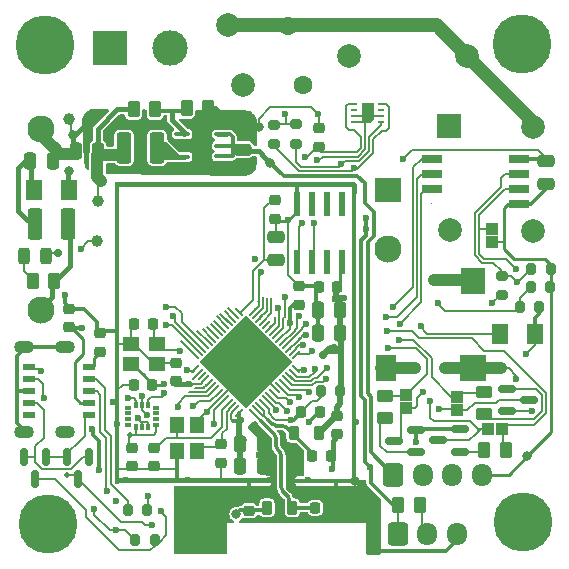
<source format=gbr>
%TF.GenerationSoftware,KiCad,Pcbnew,(6.0.9)*%
%TF.CreationDate,2022-12-23T18:09:19+01:00*%
%TF.ProjectId,Home Automation Coffee Machine PRO,486f6d65-2041-4757-946f-6d6174696f6e,5.3*%
%TF.SameCoordinates,Original*%
%TF.FileFunction,Copper,L1,Top*%
%TF.FilePolarity,Positive*%
%FSLAX46Y46*%
G04 Gerber Fmt 4.6, Leading zero omitted, Abs format (unit mm)*
G04 Created by KiCad (PCBNEW (6.0.9)) date 2022-12-23 18:09:19*
%MOMM*%
%LPD*%
G01*
G04 APERTURE LIST*
G04 Aperture macros list*
%AMRoundRect*
0 Rectangle with rounded corners*
0 $1 Rounding radius*
0 $2 $3 $4 $5 $6 $7 $8 $9 X,Y pos of 4 corners*
0 Add a 4 corners polygon primitive as box body*
4,1,4,$2,$3,$4,$5,$6,$7,$8,$9,$2,$3,0*
0 Add four circle primitives for the rounded corners*
1,1,$1+$1,$2,$3*
1,1,$1+$1,$4,$5*
1,1,$1+$1,$6,$7*
1,1,$1+$1,$8,$9*
0 Add four rect primitives between the rounded corners*
20,1,$1+$1,$2,$3,$4,$5,0*
20,1,$1+$1,$4,$5,$6,$7,0*
20,1,$1+$1,$6,$7,$8,$9,0*
20,1,$1+$1,$8,$9,$2,$3,0*%
%AMRotRect*
0 Rectangle, with rotation*
0 The origin of the aperture is its center*
0 $1 length*
0 $2 width*
0 $3 Rotation angle, in degrees counterclockwise*
0 Add horizontal line*
21,1,$1,$2,0,0,$3*%
%AMFreePoly0*
4,1,6,0.500000,-0.850000,-0.500000,-0.850000,-0.500000,0.550000,-0.200000,0.850000,0.500000,0.850000,0.500000,-0.850000,0.500000,-0.850000,$1*%
G04 Aperture macros list end*
%TA.AperFunction,SMDPad,CuDef*%
%ADD10RoundRect,0.200000X0.200000X0.275000X-0.200000X0.275000X-0.200000X-0.275000X0.200000X-0.275000X0*%
%TD*%
%TA.AperFunction,SMDPad,CuDef*%
%ADD11RoundRect,0.200000X-0.200000X-0.275000X0.200000X-0.275000X0.200000X0.275000X-0.200000X0.275000X0*%
%TD*%
%TA.AperFunction,SMDPad,CuDef*%
%ADD12RoundRect,0.200000X0.275000X-0.200000X0.275000X0.200000X-0.275000X0.200000X-0.275000X-0.200000X0*%
%TD*%
%TA.AperFunction,SMDPad,CuDef*%
%ADD13RoundRect,0.250001X-0.462499X-0.624999X0.462499X-0.624999X0.462499X0.624999X-0.462499X0.624999X0*%
%TD*%
%TA.AperFunction,SMDPad,CuDef*%
%ADD14RoundRect,0.250000X0.475000X-0.250000X0.475000X0.250000X-0.475000X0.250000X-0.475000X-0.250000X0*%
%TD*%
%TA.AperFunction,SMDPad,CuDef*%
%ADD15RoundRect,0.250001X0.462499X0.624999X-0.462499X0.624999X-0.462499X-0.624999X0.462499X-0.624999X0*%
%TD*%
%TA.AperFunction,SMDPad,CuDef*%
%ADD16RoundRect,0.225000X0.250000X-0.225000X0.250000X0.225000X-0.250000X0.225000X-0.250000X-0.225000X0*%
%TD*%
%TA.AperFunction,SMDPad,CuDef*%
%ADD17RoundRect,0.250000X-0.262500X-0.450000X0.262500X-0.450000X0.262500X0.450000X-0.262500X0.450000X0*%
%TD*%
%TA.AperFunction,SMDPad,CuDef*%
%ADD18RoundRect,0.200000X-0.275000X0.200000X-0.275000X-0.200000X0.275000X-0.200000X0.275000X0.200000X0*%
%TD*%
%TA.AperFunction,SMDPad,CuDef*%
%ADD19R,1.000000X1.000000*%
%TD*%
%TA.AperFunction,SMDPad,CuDef*%
%ADD20RoundRect,0.225000X-0.250000X0.225000X-0.250000X-0.225000X0.250000X-0.225000X0.250000X0.225000X0*%
%TD*%
%TA.AperFunction,SMDPad,CuDef*%
%ADD21R,0.580000X0.350000*%
%TD*%
%TA.AperFunction,SMDPad,CuDef*%
%ADD22R,0.350000X0.580000*%
%TD*%
%TA.AperFunction,SMDPad,CuDef*%
%ADD23RoundRect,0.250000X-0.450000X0.262500X-0.450000X-0.262500X0.450000X-0.262500X0.450000X0.262500X0*%
%TD*%
%TA.AperFunction,SMDPad,CuDef*%
%ADD24RoundRect,0.243750X0.243750X0.456250X-0.243750X0.456250X-0.243750X-0.456250X0.243750X-0.456250X0*%
%TD*%
%TA.AperFunction,SMDPad,CuDef*%
%ADD25RoundRect,0.250000X0.250000X0.475000X-0.250000X0.475000X-0.250000X-0.475000X0.250000X-0.475000X0*%
%TD*%
%TA.AperFunction,SMDPad,CuDef*%
%ADD26RoundRect,0.150000X0.587500X0.150000X-0.587500X0.150000X-0.587500X-0.150000X0.587500X-0.150000X0*%
%TD*%
%TA.AperFunction,SMDPad,CuDef*%
%ADD27RoundRect,0.250000X-0.250000X-0.475000X0.250000X-0.475000X0.250000X0.475000X-0.250000X0.475000X0*%
%TD*%
%TA.AperFunction,SMDPad,CuDef*%
%ADD28R,1.200000X1.400000*%
%TD*%
%TA.AperFunction,SMDPad,CuDef*%
%ADD29R,0.550000X0.250000*%
%TD*%
%TA.AperFunction,SMDPad,CuDef*%
%ADD30FreePoly0,180.000000*%
%TD*%
%TA.AperFunction,ComponentPad*%
%ADD31C,0.800000*%
%TD*%
%TA.AperFunction,ComponentPad*%
%ADD32C,5.000000*%
%TD*%
%TA.AperFunction,SMDPad,CuDef*%
%ADD33R,1.100000X0.510000*%
%TD*%
%TA.AperFunction,SMDPad,CuDef*%
%ADD34RoundRect,0.218750X0.218750X0.381250X-0.218750X0.381250X-0.218750X-0.381250X0.218750X-0.381250X0*%
%TD*%
%TA.AperFunction,SMDPad,CuDef*%
%ADD35RoundRect,0.100000X0.550000X-0.100000X0.550000X0.100000X-0.550000X0.100000X-0.550000X-0.100000X0*%
%TD*%
%TA.AperFunction,SMDPad,CuDef*%
%ADD36RoundRect,0.262500X-0.262500X0.737500X-0.262500X-0.737500X0.262500X-0.737500X0.262500X0.737500X0*%
%TD*%
%TA.AperFunction,SMDPad,CuDef*%
%ADD37RoundRect,0.100000X-0.550000X0.100000X-0.550000X-0.100000X0.550000X-0.100000X0.550000X0.100000X0*%
%TD*%
%TA.AperFunction,SMDPad,CuDef*%
%ADD38RoundRect,0.150000X-0.150000X0.587500X-0.150000X-0.587500X0.150000X-0.587500X0.150000X0.587500X0*%
%TD*%
%TA.AperFunction,SMDPad,CuDef*%
%ADD39R,5.000000X0.400000*%
%TD*%
%TA.AperFunction,SMDPad,CuDef*%
%ADD40RoundRect,0.225000X-0.225000X-0.250000X0.225000X-0.250000X0.225000X0.250000X-0.225000X0.250000X0*%
%TD*%
%TA.AperFunction,SMDPad,CuDef*%
%ADD41R,1.700000X0.650000*%
%TD*%
%TA.AperFunction,SMDPad,CuDef*%
%ADD42R,0.001000X0.001000*%
%TD*%
%TA.AperFunction,SMDPad,CuDef*%
%ADD43R,13.000000X0.400000*%
%TD*%
%TA.AperFunction,SMDPad,CuDef*%
%ADD44RoundRect,0.225000X0.225000X0.250000X-0.225000X0.250000X-0.225000X-0.250000X0.225000X-0.250000X0*%
%TD*%
%TA.AperFunction,SMDPad,CuDef*%
%ADD45RoundRect,0.250000X-0.375000X-1.075000X0.375000X-1.075000X0.375000X1.075000X-0.375000X1.075000X0*%
%TD*%
%TA.AperFunction,SMDPad,CuDef*%
%ADD46R,1.400000X1.200000*%
%TD*%
%TA.AperFunction,SMDPad,CuDef*%
%ADD47C,1.000000*%
%TD*%
%TA.AperFunction,SMDPad,CuDef*%
%ADD48R,0.400000X25.500000*%
%TD*%
%TA.AperFunction,SMDPad,CuDef*%
%ADD49R,20.400000X0.400000*%
%TD*%
%TA.AperFunction,SMDPad,CuDef*%
%ADD50RoundRect,0.218750X-0.218750X-0.381250X0.218750X-0.381250X0.218750X0.381250X-0.218750X0.381250X0*%
%TD*%
%TA.AperFunction,SMDPad,CuDef*%
%ADD51RoundRect,0.050000X0.309359X-0.238649X-0.238649X0.309359X-0.309359X0.238649X0.238649X-0.309359X0*%
%TD*%
%TA.AperFunction,SMDPad,CuDef*%
%ADD52RoundRect,0.050000X0.309359X0.238649X0.238649X0.309359X-0.309359X-0.238649X-0.238649X-0.309359X0*%
%TD*%
%TA.AperFunction,SMDPad,CuDef*%
%ADD53RotRect,5.600000X5.600000X135.000000*%
%TD*%
%TA.AperFunction,SMDPad,CuDef*%
%ADD54RoundRect,0.041300X-0.253700X0.948700X-0.253700X-0.948700X0.253700X-0.948700X0.253700X0.948700X0*%
%TD*%
%TA.AperFunction,SMDPad,CuDef*%
%ADD55RoundRect,0.250000X0.262500X0.450000X-0.262500X0.450000X-0.262500X-0.450000X0.262500X-0.450000X0*%
%TD*%
%TA.AperFunction,SMDPad,CuDef*%
%ADD56RoundRect,0.150000X-0.587500X-0.150000X0.587500X-0.150000X0.587500X0.150000X-0.587500X0.150000X0*%
%TD*%
%TA.AperFunction,SMDPad,CuDef*%
%ADD57R,1.800000X2.195000*%
%TD*%
%TA.AperFunction,SMDPad,CuDef*%
%ADD58R,2.195000X2.195000*%
%TD*%
%TA.AperFunction,SMDPad,CuDef*%
%ADD59R,2.000000X2.195000*%
%TD*%
%TA.AperFunction,SMDPad,CuDef*%
%ADD60R,0.400000X25.400000*%
%TD*%
%TA.AperFunction,ComponentPad*%
%ADD61C,2.300000*%
%TD*%
%TA.AperFunction,ComponentPad*%
%ADD62R,2.300000X2.000000*%
%TD*%
%TA.AperFunction,ComponentPad*%
%ADD63RoundRect,0.250000X-0.600000X-0.725000X0.600000X-0.725000X0.600000X0.725000X-0.600000X0.725000X0*%
%TD*%
%TA.AperFunction,ComponentPad*%
%ADD64O,1.700000X1.950000*%
%TD*%
%TA.AperFunction,ComponentPad*%
%ADD65C,1.600000*%
%TD*%
%TA.AperFunction,ComponentPad*%
%ADD66C,2.000000*%
%TD*%
%TA.AperFunction,ComponentPad*%
%ADD67O,1.700000X1.100000*%
%TD*%
%TA.AperFunction,ComponentPad*%
%ADD68R,3.000000X3.000000*%
%TD*%
%TA.AperFunction,ComponentPad*%
%ADD69C,3.000000*%
%TD*%
%TA.AperFunction,ComponentPad*%
%ADD70R,2.000000X2.000000*%
%TD*%
%TA.AperFunction,ComponentPad*%
%ADD71C,2.010000*%
%TD*%
%TA.AperFunction,ViaPad*%
%ADD72C,0.600000*%
%TD*%
%TA.AperFunction,ViaPad*%
%ADD73C,0.800000*%
%TD*%
%TA.AperFunction,ViaPad*%
%ADD74C,0.700000*%
%TD*%
%TA.AperFunction,ViaPad*%
%ADD75C,0.500000*%
%TD*%
%TA.AperFunction,Conductor*%
%ADD76C,0.150000*%
%TD*%
%TA.AperFunction,Conductor*%
%ADD77C,1.000000*%
%TD*%
%TA.AperFunction,Conductor*%
%ADD78C,0.250000*%
%TD*%
%TA.AperFunction,Conductor*%
%ADD79C,0.300000*%
%TD*%
%TA.AperFunction,Conductor*%
%ADD80C,0.320000*%
%TD*%
%TA.AperFunction,Conductor*%
%ADD81C,0.200000*%
%TD*%
%TA.AperFunction,Conductor*%
%ADD82C,0.510000*%
%TD*%
%TA.AperFunction,Conductor*%
%ADD83C,0.400000*%
%TD*%
%TA.AperFunction,Conductor*%
%ADD84C,0.350000*%
%TD*%
%TA.AperFunction,Conductor*%
%ADD85C,1.200000*%
%TD*%
G04 APERTURE END LIST*
D10*
%TO.P,WLR2,1*%
%TO.N,3V3*%
X157475000Y-102480000D03*
%TO.P,WLR2,2*%
%TO.N,IO14_H2O_LEVEL*%
X155825000Y-102480000D03*
%TD*%
D11*
%TO.P,WLR1,1*%
%TO.N,IO14_H2O_LEVEL*%
X156765000Y-100830000D03*
%TO.P,WLR1,2*%
%TO.N,GND*%
X158415000Y-100830000D03*
%TD*%
D12*
%TO.P,MXR2,1*%
%TO.N,3V3*%
X154290000Y-101485000D03*
%TO.P,MXR2,2*%
%TO.N,Net-(MAX66751-Pad3)*%
X154290000Y-99835000D03*
%TD*%
D11*
%TO.P,MXR1,1*%
%TO.N,Net-(MAX66751-Pad3)*%
X156785000Y-99270000D03*
%TO.P,MXR1,2*%
%TO.N,GND*%
X158435000Y-99270000D03*
%TD*%
D13*
%TO.P,WLD1,1,K*%
%TO.N,Net-(WaterLevel1-Pad1)*%
X154125000Y-104750000D03*
%TO.P,WLD1,2,A*%
%TO.N,3V3*%
X157100000Y-104750000D03*
%TD*%
D14*
%TO.P,AC2,1*%
%TO.N,5V0*%
X132375000Y-89160000D03*
%TO.P,AC2,2*%
%TO.N,GND*%
X132375000Y-87260000D03*
%TD*%
D15*
%TO.P,HLD6,1,K*%
%TO.N,5V0*%
X117677500Y-92600000D03*
%TO.P,HLD6,2,A*%
%TO.N,PROBE_5V0*%
X114702500Y-92600000D03*
%TD*%
D16*
%TO.P,EC37,1*%
%TO.N,Net-(ANT1-Pad1)*%
X132920000Y-119725000D03*
%TO.P,EC37,2*%
%TO.N,GND*%
X132920000Y-118175000D03*
%TD*%
D17*
%TO.P,DS1,1*%
%TO.N,3V3*%
X145537500Y-119270000D03*
%TO.P,DS1,2*%
%TO.N,IO01_DS18*%
X147362500Y-119270000D03*
%TD*%
D18*
%TO.P,IMR2,1*%
%TO.N,3V3*%
X135050000Y-87045000D03*
%TO.P,IMR2,2*%
%TO.N,GPIO9_I2C_SCL*%
X135050000Y-88695000D03*
%TD*%
D19*
%TO.P,Coffee1,1,1*%
%TO.N,IO06_COFFEE*%
X154275000Y-112850000D03*
%TO.P,Coffee1,2,2*%
%TO.N,Net-(Coffee1-Pad2)*%
X153155000Y-112850000D03*
%TD*%
D20*
%TO.P,SHC1,1*%
%TO.N,GND*%
X138800000Y-87365000D03*
%TO.P,SHC1,2*%
%TO.N,3V3*%
X138800000Y-88915000D03*
%TD*%
D21*
%TO.P,IMU1,1,SDO/SA0*%
%TO.N,unconnected-(IMU1-Pad1)*%
X122685000Y-111005000D03*
%TO.P,IMU1,2,SDX*%
%TO.N,unconnected-(IMU1-Pad2)*%
X122685000Y-111505000D03*
%TO.P,IMU1,3,SCX*%
%TO.N,unconnected-(IMU1-Pad3)*%
X122685000Y-112005000D03*
%TO.P,IMU1,4,INT1*%
%TO.N,unconnected-(IMU1-Pad4)*%
X122685000Y-112505000D03*
D22*
%TO.P,IMU1,5,VDDIO*%
%TO.N,3V3*%
X123360000Y-112680000D03*
%TO.P,IMU1,6,GND*%
%TO.N,GND*%
X123860000Y-112680000D03*
%TO.P,IMU1,7,GND*%
X124360000Y-112680000D03*
D21*
%TO.P,IMU1,8,VDD*%
%TO.N,3V3*%
X125035000Y-112505000D03*
%TO.P,IMU1,9,INT2*%
%TO.N,unconnected-(IMU1-Pad9)*%
X125035000Y-112005000D03*
%TO.P,IMU1,10,NC*%
%TO.N,unconnected-(IMU1-Pad10)*%
X125035000Y-111505000D03*
%TO.P,IMU1,11,NC*%
%TO.N,unconnected-(IMU1-Pad11)*%
X125035000Y-111005000D03*
D22*
%TO.P,IMU1,12,CS*%
%TO.N,IO38_IMU_CS*%
X124360000Y-110830000D03*
%TO.P,IMU1,13,SCL*%
%TO.N,GPIO9_I2C_SCL*%
X123860000Y-110830000D03*
%TO.P,IMU1,14,SDA*%
%TO.N,GPIO8_I2C_SDA*%
X123360000Y-110830000D03*
%TD*%
D23*
%TO.P,QR2,1*%
%TO.N,IO05_GRINDER*%
X152810000Y-109687500D03*
%TO.P,QR2,2*%
%TO.N,Net-(Q2-Pad1)*%
X152810000Y-111512500D03*
%TD*%
D11*
%TO.P,ER2,1*%
%TO.N,TXD0*%
X122615000Y-119680000D03*
%TO.P,ER2,2*%
%TO.N,Net-(ER2-Pad2)*%
X124265000Y-119680000D03*
%TD*%
D24*
%TO.P,HLD1,1,K*%
%TO.N,GND*%
X115737500Y-98170000D03*
%TO.P,HLD1,2,A*%
%TO.N,Net-(HLD1-Pad2)*%
X113862500Y-98170000D03*
%TD*%
D25*
%TO.P,EC18,1*%
%TO.N,3V3*%
X140640000Y-104670000D03*
%TO.P,EC18,2*%
%TO.N,GND*%
X138740000Y-104670000D03*
%TD*%
D26*
%TO.P,Q1,3,D*%
%TO.N,Net-(ExtSW1-Pad3)*%
X145152500Y-113830000D03*
%TO.P,Q1,2,S*%
%TO.N,GND*%
X147027500Y-112880000D03*
%TO.P,Q1,1,G*%
%TO.N,Net-(Q1-Pad1)*%
X147027500Y-114780000D03*
%TD*%
D25*
%TO.P,EC15,1*%
%TO.N,GND*%
X134050000Y-115920000D03*
%TO.P,EC15,2*%
%TO.N,3V3*%
X132150000Y-115920000D03*
%TD*%
%TO.P,EC17,1*%
%TO.N,3V3*%
X140620000Y-102760000D03*
%TO.P,EC17,2*%
%TO.N,GND*%
X138720000Y-102760000D03*
%TD*%
D10*
%TO.P,ER1,1*%
%TO.N,3V3*%
X140615000Y-109580000D03*
%TO.P,ER1,2*%
%TO.N,CHIP_EN*%
X138965000Y-109580000D03*
%TD*%
D27*
%TO.P,HLC3,1*%
%TO.N,PROBE_5V0*%
X114370000Y-90160000D03*
%TO.P,HLC3,2*%
%TO.N,GND3*%
X116270000Y-90160000D03*
%TD*%
D28*
%TO.P,ECY1,1,1*%
%TO.N,Net-(EC12-Pad1)*%
X128530000Y-114670000D03*
%TO.P,ECY1,2,2*%
%TO.N,GND*%
X128530000Y-112470000D03*
%TO.P,ECY1,3,3*%
%TO.N,Net-(EC13-Pad1)*%
X126830000Y-112470000D03*
%TO.P,ECY1,4,4*%
%TO.N,GND*%
X126830000Y-114670000D03*
%TD*%
D29*
%TO.P,SH1,1,SDA*%
%TO.N,GPIO8_I2C_SDA*%
X144105036Y-86800510D03*
%TO.P,SH1,2,ADDR*%
%TO.N,GND*%
X144105036Y-86300510D03*
%TO.P,SH1,3,ALERT*%
%TO.N,unconnected-(SH1-Pad3)*%
X144105036Y-85800510D03*
%TO.P,SH1,4,SCL*%
%TO.N,GPIO9_I2C_SCL*%
X144105036Y-85300510D03*
%TO.P,SH1,5,VDD*%
%TO.N,3V3*%
X141755036Y-85300510D03*
%TO.P,SH1,6,~{RESET}*%
%TO.N,unconnected-(SH1-Pad6)*%
X141755036Y-85800510D03*
%TO.P,SH1,7,R*%
%TO.N,GND*%
X141755036Y-86300510D03*
%TO.P,SH1,8,VSS*%
X141755036Y-86800510D03*
D30*
%TO.P,SH1,9,VSS*%
X142930036Y-86050510D03*
%TD*%
D31*
%TO.P,REF\u002A\u002A,1*%
%TO.N,N/C*%
X155994175Y-82139175D03*
X157869175Y-80264175D03*
X154119175Y-80264175D03*
X155994175Y-78389175D03*
X157320000Y-81590000D03*
X154668350Y-78938350D03*
X154668350Y-81590000D03*
D32*
X155994175Y-80264175D03*
D31*
X157320000Y-78938350D03*
%TD*%
D33*
%TO.P,CH340K1,1,UD+*%
%TO.N,Net-(CH340K1-Pad1)*%
X114280000Y-107600000D03*
%TO.P,CH340K1,2,UD-*%
%TO.N,Net-(CH340K1-Pad2)*%
X114280000Y-108600000D03*
%TO.P,CH340K1,3,GND*%
%TO.N,GND*%
X114280000Y-109600000D03*
%TO.P,CH340K1,4,~{DTR}*%
%TO.N,Net-(CH340K1-Pad4)*%
X114280000Y-110600000D03*
%TO.P,CH340K1,5,~{CTS}*%
%TO.N,unconnected-(CH340K1-Pad5)*%
X114280000Y-111600000D03*
%TO.P,CH340K1,6,RTS*%
%TO.N,Net-(CH340K1-Pad6)*%
X119380000Y-111600000D03*
%TO.P,CH340K1,7,VCC*%
%TO.N,3V3*%
X119380000Y-110600000D03*
%TO.P,CH340K1,8,TXD*%
%TO.N,RXD0*%
X119380000Y-109600000D03*
%TO.P,CH340K1,9,RXD*%
%TO.N,TXD0*%
X119380000Y-108600000D03*
%TO.P,CH340K1,10,V3*%
%TO.N,Net-(CH340K1-Pad10)*%
X119380000Y-107600000D03*
%TD*%
D34*
%TO.P,L2,1,1*%
%TO.N,3V3*%
X138822500Y-113170000D03*
%TO.P,L2,2,2*%
%TO.N,Net-(EC20-Pad1)*%
X136697500Y-113170000D03*
%TD*%
D35*
%TO.P,AU1,1,FB*%
%TO.N,Net-(AR1-Pad2)*%
X127252500Y-87850006D03*
%TO.P,AU1,2,GND*%
%TO.N,GND*%
X127257500Y-88790006D03*
D36*
X128972500Y-88815006D03*
D35*
%TO.P,AU1,3,SW*%
%TO.N,Net-(AL1-Pad2)*%
X127257500Y-89775006D03*
D37*
%TO.P,AU1,4,VIN_SW*%
%TO.N,5V0*%
X130647500Y-89745006D03*
%TO.P,AU1,5,VIN_A*%
X130642500Y-88830006D03*
%TO.P,AU1,6,EN*%
X130642500Y-87870006D03*
%TD*%
D38*
%TO.P,KQ2,1,G*%
%TO.N,Net-(CH340K1-Pad4)*%
X119350000Y-115152500D03*
%TO.P,KQ2,2,S*%
%TO.N,Net-(CH340K1-Pad6)*%
X117450000Y-115152500D03*
%TO.P,KQ2,3,D*%
%TO.N,CHIP_EN*%
X118400000Y-117027500D03*
%TD*%
D19*
%TO.P,Grinder1,1,1*%
%TO.N,IO05_GRINDER*%
X150520000Y-110110000D03*
%TO.P,Grinder1,2,2*%
%TO.N,Net-(ExtSW1-Pad1)*%
X150520000Y-111230000D03*
%TD*%
D39*
%TO.P,,1*%
%TO.N,N/C*%
X139530000Y-117220000D03*
%TD*%
D17*
%TO.P,HLR1,1*%
%TO.N,Net-(HLD1-Pad2)*%
X114597500Y-100320000D03*
%TO.P,HLR1,2*%
%TO.N,Net-(HLL2-Pad2)*%
X116422500Y-100320000D03*
%TD*%
D19*
%TO.P,h20,1,1*%
%TO.N,IO04_H2O*%
X146190000Y-109945000D03*
%TO.P,h20,2,2*%
%TO.N,Net-(ExtSW1-Pad3)*%
X146190000Y-111065000D03*
%TD*%
D40*
%TO.P,AUC1,1*%
%TO.N,GND*%
X138785000Y-100820000D03*
%TO.P,AUC1,2*%
%TO.N,3V3*%
X140335000Y-100820000D03*
%TD*%
D41*
%TO.P,MAX66751,1,GND*%
%TO.N,GND*%
X155720000Y-93780000D03*
%TO.P,MAX66751,2,T-*%
%TO.N,Net-(MAX66751-Pad2)*%
X155720000Y-92510000D03*
%TO.P,MAX66751,3,T+*%
%TO.N,Net-(MAX66751-Pad3)*%
X155720000Y-91240000D03*
%TO.P,MAX66751,4,VCC*%
%TO.N,3V3*%
X155720000Y-89970000D03*
%TO.P,MAX66751,5,SCK*%
%TO.N,IO11_MXSK*%
X148420000Y-89970000D03*
%TO.P,MAX66751,6,/CS*%
%TO.N,IO10_MXCS*%
X148420000Y-91240000D03*
%TO.P,MAX66751,7,DO*%
%TO.N,IO07_MXD*%
X148420000Y-92510000D03*
D42*
%TO.P,MAX66751,8*%
%TO.N,N/C*%
X148420000Y-93780000D03*
%TD*%
D25*
%TO.P,EC14,1*%
%TO.N,GND*%
X134070000Y-114060000D03*
%TO.P,EC14,2*%
%TO.N,3V3*%
X132170000Y-114060000D03*
%TD*%
D20*
%TO.P,EC13,1*%
%TO.N,Net-(EC13-Pad1)*%
X124850000Y-114395000D03*
%TO.P,EC13,2*%
%TO.N,GND*%
X124850000Y-115945000D03*
%TD*%
D43*
%TO.P,,1*%
%TO.N,N/C*%
X128060000Y-117220000D03*
%TD*%
D16*
%TO.P,EC26,1*%
%TO.N,3V3*%
X137150000Y-102295000D03*
%TO.P,EC26,2*%
%TO.N,GND*%
X137150000Y-100745000D03*
%TD*%
%TO.P,IMUC1,1*%
%TO.N,GND*%
X122970000Y-115945000D03*
%TO.P,IMUC1,2*%
%TO.N,3V3*%
X122970000Y-114395000D03*
%TD*%
D44*
%TO.P,EC51,1*%
%TO.N,Net-(EC51-Pad1)*%
X124705000Y-109090000D03*
%TO.P,EC51,2*%
%TO.N,GND*%
X123155000Y-109090000D03*
%TD*%
D31*
%TO.P,REF\u002A\u002A,1*%
%TO.N,N/C*%
X116985825Y-81605825D03*
X113785000Y-80280000D03*
X114334175Y-78954175D03*
X115660000Y-82155000D03*
X117535000Y-80280000D03*
D32*
X115660000Y-80280000D03*
D31*
X116985825Y-78954175D03*
X115660000Y-78405000D03*
X114334175Y-81605825D03*
%TD*%
D44*
%TO.P,EC40,1*%
%TO.N,GND*%
X138865000Y-111400000D03*
%TO.P,EC40,2*%
%TO.N,CHIP_EN*%
X137315000Y-111400000D03*
%TD*%
D16*
%TO.P,CHC2,1*%
%TO.N,Net-(CH340K1-Pad10)*%
X120310000Y-106265000D03*
%TO.P,CHC2,2*%
%TO.N,GND*%
X120310000Y-104715000D03*
%TD*%
D45*
%TO.P,AL1,1,1*%
%TO.N,3V3*%
X122320000Y-89010000D03*
%TO.P,AL1,2,2*%
%TO.N,Net-(AL1-Pad2)*%
X125120000Y-89010000D03*
%TD*%
D40*
%TO.P,EC20,1*%
%TO.N,Net-(EC20-Pad1)*%
X138245000Y-115080000D03*
%TO.P,EC20,2*%
%TO.N,GND*%
X139795000Y-115080000D03*
%TD*%
D46*
%TO.P,ECY2,1,1*%
%TO.N,Net-(EC50-Pad1)*%
X125130000Y-105650000D03*
%TO.P,ECY2,2,2*%
%TO.N,GND*%
X122930000Y-105650000D03*
%TO.P,ECY2,3,3*%
%TO.N,Net-(EC51-Pad1)*%
X122930000Y-107350000D03*
%TO.P,ECY2,4,4*%
%TO.N,GND*%
X125130000Y-107350000D03*
%TD*%
D47*
%TO.P,TP2,1,1*%
%TO.N,3V3*%
X120070000Y-93560000D03*
%TD*%
D38*
%TO.P,KQ1,1,G*%
%TO.N,Net-(CH340K1-Pad6)*%
X115730000Y-115152500D03*
%TO.P,KQ1,2,S*%
%TO.N,Net-(CH340K1-Pad4)*%
X113830000Y-115152500D03*
%TO.P,KQ1,3,D*%
%TO.N,ESP_GPIO0_BOOT-DTR*%
X114780000Y-117027500D03*
%TD*%
D16*
%TO.P,EC16,1*%
%TO.N,3V3*%
X126750000Y-108765000D03*
%TO.P,EC16,2*%
%TO.N,GND*%
X126750000Y-107215000D03*
%TD*%
D48*
%TO.P,,1*%
%TO.N,N/C*%
X141820000Y-104700000D03*
%TD*%
D49*
%TO.P,,1*%
%TO.N,N/C*%
X131730000Y-92120000D03*
%TD*%
D14*
%TO.P,MXC1,1*%
%TO.N,GND*%
X158000000Y-92060000D03*
%TO.P,MXC1,2*%
%TO.N,3V3*%
X158000000Y-90160000D03*
%TD*%
D19*
%TO.P,MXS1,1,1*%
%TO.N,GND*%
X153430000Y-96975000D03*
%TO.P,MXS1,2,2*%
%TO.N,Net-(MAX66751-Pad2)*%
X153430000Y-95855000D03*
%TD*%
D20*
%TO.P,EC24,1*%
%TO.N,VDD_SPI*%
X135130000Y-93455000D03*
%TO.P,EC24,2*%
%TO.N,GND*%
X135130000Y-95005000D03*
%TD*%
D26*
%TO.P,Q3,1,G*%
%TO.N,Net-(Q3-Pad1)*%
X150737500Y-114740000D03*
%TO.P,Q3,2,S*%
%TO.N,GND*%
X150737500Y-112840000D03*
%TO.P,Q3,3,D*%
%TO.N,Net-(Coffee1-Pad2)*%
X148862500Y-113790000D03*
%TD*%
D20*
%TO.P,EC12,1*%
%TO.N,Net-(EC12-Pad1)*%
X130520000Y-114125000D03*
%TO.P,EC12,2*%
%TO.N,GND*%
X130520000Y-115675000D03*
%TD*%
D50*
%TO.P,EL4,1,1*%
%TO.N,Net-(ANT1-Pad1)*%
X134417500Y-119500000D03*
%TO.P,EL4,2,2*%
%TO.N,Net-(EC38-Pad1)*%
X136542500Y-119500000D03*
%TD*%
D45*
%TO.P,HLL2,1,1*%
%TO.N,PROBE_5V0*%
X114760000Y-95460000D03*
%TO.P,HLL2,2,2*%
%TO.N,Net-(HLL2-Pad2)*%
X117560000Y-95460000D03*
%TD*%
D16*
%TO.P,CHC1,1*%
%TO.N,3V3*%
X117670000Y-104205000D03*
%TO.P,CHC1,2*%
%TO.N,GND*%
X117670000Y-102655000D03*
%TD*%
D51*
%TO.P,ESP32S3,1,LNA_IN/RF*%
%TO.N,Net-(EC38-Pad1)*%
X133212202Y-111449106D03*
%TO.P,ESP32S3,2,VDD3P3*%
%TO.N,Net-(EC20-Pad1)*%
X133495045Y-111166263D03*
%TO.P,ESP32S3,3,VDD3P3*%
X133777887Y-110883421D03*
%TO.P,ESP32S3,4,CHIP_PU/RESET*%
%TO.N,CHIP_EN*%
X134060730Y-110600578D03*
%TO.P,ESP32S3,5,GPIO0/BOOT*%
%TO.N,ESP_GPIO0_BOOT-DTR*%
X134343573Y-110317735D03*
%TO.P,ESP32S3,6,GPIO1/ADC1_CH0*%
%TO.N,IO01_DS18*%
X134626415Y-110034893D03*
%TO.P,ESP32S3,7,GPIO2/ADC1_CH1*%
%TO.N,IO02_BUZZER*%
X134909258Y-109752050D03*
%TO.P,ESP32S3,8,GPIO3/ADC1_CH2*%
%TO.N,GND*%
X135192101Y-109469207D03*
%TO.P,ESP32S3,9,GPIO4/ADC1_CH3*%
%TO.N,IO04_H2O*%
X135474944Y-109186364D03*
%TO.P,ESP32S3,10,GPIO5/ADC1_CH4*%
%TO.N,IO05_GRINDER*%
X135757786Y-108903522D03*
%TO.P,ESP32S3,11,GPIO6/ADC1_CH5*%
%TO.N,IO06_COFFEE*%
X136040629Y-108620679D03*
%TO.P,ESP32S3,12,GPIO7/ADC1_CH6*%
%TO.N,IO07_MXD*%
X136323472Y-108337836D03*
%TO.P,ESP32S3,13,GPIO8/ADC1_CH7*%
%TO.N,GPIO8_I2C_SDA*%
X136606314Y-108054994D03*
%TO.P,ESP32S3,14,GPIO9/ADC1_CH8*%
%TO.N,GPIO9_I2C_SCL*%
X136889157Y-107772151D03*
D52*
%TO.P,ESP32S3,15,GPIO10/ADC1_CH9*%
%TO.N,IO10_MXCS*%
X136889157Y-106587747D03*
%TO.P,ESP32S3,16,GPIO11/ADC2_CH0*%
%TO.N,IO11_MXSK*%
X136606314Y-106304904D03*
%TO.P,ESP32S3,17,GPIO12/ADC2_CH1*%
%TO.N,IO12_NEXTX*%
X136323472Y-106022062D03*
%TO.P,ESP32S3,18,GPIO13/ADC2_CH2*%
%TO.N,IO13_NEXRX*%
X136040629Y-105739219D03*
%TO.P,ESP32S3,19,GPIO14/ADC2_CH3*%
%TO.N,IO14_H2O_LEVEL*%
X135757786Y-105456376D03*
%TO.P,ESP32S3,20,VDD3P3_RTC*%
%TO.N,3V3*%
X135474944Y-105173534D03*
%TO.P,ESP32S3,21,GPIO15/ADC2_CH4/XTAL_32K_P*%
%TO.N,Net-(EC51-Pad1)*%
X135192101Y-104890691D03*
%TO.P,ESP32S3,22,GPIO16/ADC2_CH5/XTAL_32K_N*%
%TO.N,Net-(EC50-Pad1)*%
X134909258Y-104607848D03*
%TO.P,ESP32S3,23,GPIO17/ADC2_CH6/DAC_2*%
%TO.N,unconnected-(ESP32S3-Pad23)*%
X134626415Y-104325005D03*
%TO.P,ESP32S3,24,GPIO18/ADC2_CH7/DAC_1*%
%TO.N,unconnected-(ESP32S3-Pad24)*%
X134343573Y-104042163D03*
%TO.P,ESP32S3,25,GPIO19/USB_D-/ADC2_CH8*%
%TO.N,USB_D-*%
X134060730Y-103759320D03*
%TO.P,ESP32S3,26,GPIO20/USB_D+/ADC2_CH9*%
%TO.N,USB_D+*%
X133777887Y-103476477D03*
%TO.P,ESP32S3,27,GPIO21*%
%TO.N,unconnected-(ESP32S3-Pad27)*%
X133495045Y-103193635D03*
%TO.P,ESP32S3,28,SPI_CS1/GPIO26*%
%TO.N,SPICS1*%
X133212202Y-102910792D03*
D51*
%TO.P,ESP32S3,29,VDD_SPI*%
%TO.N,VDD_SPI*%
X132027798Y-102910792D03*
%TO.P,ESP32S3,30,SPIHD/GPIO27*%
%TO.N,SPIHD*%
X131744955Y-103193635D03*
%TO.P,ESP32S3,31,SPIWP/GPIO28*%
%TO.N,SPIWP*%
X131462113Y-103476477D03*
%TO.P,ESP32S3,32,SPICS0/GPIO29*%
%TO.N,SPICS0*%
X131179270Y-103759320D03*
%TO.P,ESP32S3,33,SPICLK/GPIO30*%
%TO.N,SPICLK*%
X130896427Y-104042163D03*
%TO.P,ESP32S3,34,SPIQ/GPIO31*%
%TO.N,SPIQ*%
X130613585Y-104325005D03*
%TO.P,ESP32S3,35,SPID/GPIO32*%
%TO.N,SPID*%
X130330742Y-104607848D03*
%TO.P,ESP32S3,36,SPICLK_N/GPIO48*%
%TO.N,unconnected-(ESP32S3-Pad36)*%
X130047899Y-104890691D03*
%TO.P,ESP32S3,37,SPICLK_P/GPIO47*%
%TO.N,unconnected-(ESP32S3-Pad37)*%
X129765056Y-105173534D03*
%TO.P,ESP32S3,38,GPIO33*%
%TO.N,unconnected-(ESP32S3-Pad38)*%
X129482214Y-105456376D03*
%TO.P,ESP32S3,39,GPIO34*%
%TO.N,IO34_LEDB*%
X129199371Y-105739219D03*
%TO.P,ESP32S3,40,GPIO35*%
%TO.N,IO35_LEDG*%
X128916528Y-106022062D03*
%TO.P,ESP32S3,41,GPIO36*%
%TO.N,IO36_LEDR*%
X128633686Y-106304904D03*
%TO.P,ESP32S3,42,GPIO37*%
%TO.N,unconnected-(ESP32S3-Pad42)*%
X128350843Y-106587747D03*
D52*
%TO.P,ESP32S3,43,GPIO38*%
%TO.N,IO38_IMU_CS*%
X128350843Y-107772151D03*
%TO.P,ESP32S3,44,MTCK/JTAG/GPIO39*%
%TO.N,unconnected-(ESP32S3-Pad44)*%
X128633686Y-108054994D03*
%TO.P,ESP32S3,45,MTDO/JTAG/GPIO40*%
%TO.N,unconnected-(ESP32S3-Pad45)*%
X128916528Y-108337836D03*
%TO.P,ESP32S3,46,VDD3P3_CPU*%
%TO.N,3V3*%
X129199371Y-108620679D03*
%TO.P,ESP32S3,47,MTDI/JTAG/GPIO41*%
%TO.N,unconnected-(ESP32S3-Pad47)*%
X129482214Y-108903522D03*
%TO.P,ESP32S3,48,MTMS/JTAG/GPIO42*%
%TO.N,unconnected-(ESP32S3-Pad48)*%
X129765056Y-109186364D03*
%TO.P,ESP32S3,49,U0TXD/PROG/GPIO43*%
%TO.N,Net-(ER2-Pad2)*%
X130047899Y-109469207D03*
%TO.P,ESP32S3,50,U0RXD/PROG/GPIO44*%
%TO.N,RXD0*%
X130330742Y-109752050D03*
%TO.P,ESP32S3,51,GPIO45*%
%TO.N,GND*%
X130613585Y-110034893D03*
%TO.P,ESP32S3,52,GPIO46*%
%TO.N,ESP_GPIO0_BOOT-DTR*%
X130896427Y-110317735D03*
%TO.P,ESP32S3,53,XTAL_N*%
%TO.N,Net-(EC13-Pad1)*%
X131179270Y-110600578D03*
%TO.P,ESP32S3,54,XTAL_P*%
%TO.N,Net-(EC12-Pad1)*%
X131462113Y-110883421D03*
%TO.P,ESP32S3,55,VDDA*%
%TO.N,3V3*%
X131744955Y-111166263D03*
%TO.P,ESP32S3,56,VDDA*%
X132027798Y-111449106D03*
D53*
%TO.P,ESP32S3,57,GND*%
%TO.N,GND*%
X132620000Y-107179949D03*
%TD*%
D54*
%TO.P,U2,1*%
%TO.N,N/C*%
X140735000Y-93760000D03*
%TO.P,U2,2*%
X139465000Y-93760000D03*
%TO.P,U2,3*%
X138195000Y-93760000D03*
%TO.P,U2,4,GND*%
%TO.N,GND*%
X136925000Y-93760000D03*
%TO.P,U2,5,SDA*%
%TO.N,GPIO8_I2C_SDA*%
X136925000Y-98700000D03*
%TO.P,U2,6,SCL*%
%TO.N,GPIO9_I2C_SCL*%
X138195000Y-98700000D03*
%TO.P,U2,7*%
%TO.N,N/C*%
X139465000Y-98700000D03*
%TO.P,U2,8,VCC*%
%TO.N,3V3*%
X140735000Y-98700000D03*
%TD*%
D47*
%TO.P,TP1,1,1*%
%TO.N,5V0*%
X120020000Y-96940000D03*
%TD*%
D55*
%TO.P,QR3,1*%
%TO.N,IO06_COFFEE*%
X154612500Y-114630000D03*
%TO.P,QR3,2*%
%TO.N,Net-(Q3-Pad1)*%
X152787500Y-114630000D03*
%TD*%
D20*
%TO.P,EC19,1*%
%TO.N,3V3*%
X140370000Y-111715000D03*
%TO.P,EC19,2*%
%TO.N,GND*%
X140370000Y-113265000D03*
%TD*%
D47*
%TO.P,TP3,1,1*%
%TO.N,GND*%
X117630000Y-86570000D03*
%TD*%
D18*
%TO.P,IMR1,1*%
%TO.N,3V3*%
X136900000Y-87025000D03*
%TO.P,IMR1,2*%
%TO.N,GPIO8_I2C_SDA*%
X136900000Y-88675000D03*
%TD*%
D40*
%TO.P,EC38,1*%
%TO.N,Net-(EC38-Pad1)*%
X138505000Y-119480000D03*
%TO.P,EC38,2*%
%TO.N,GND*%
X140055000Y-119480000D03*
%TD*%
D31*
%TO.P,REF\u002A\u002A,1*%
%TO.N,N/C*%
X154744175Y-119364175D03*
X157945000Y-120690000D03*
X154744175Y-122015825D03*
X156070000Y-122565000D03*
X156070000Y-118815000D03*
X157395825Y-122015825D03*
X157395825Y-119364175D03*
D32*
X156070000Y-120690000D03*
D31*
X154195000Y-120690000D03*
%TD*%
D17*
%TO.P,AR2,1*%
%TO.N,Net-(AR1-Pad2)*%
X127607500Y-85670000D03*
%TO.P,AR2,2*%
%TO.N,GND*%
X129432500Y-85670000D03*
%TD*%
D56*
%TO.P,Q2,1,G*%
%TO.N,Net-(Q2-Pad1)*%
X154752500Y-109420000D03*
%TO.P,Q2,2,S*%
%TO.N,GND*%
X154752500Y-111320000D03*
%TO.P,Q2,3,D*%
%TO.N,Net-(ExtSW1-Pad1)*%
X156627500Y-110370000D03*
%TD*%
D11*
%TO.P,ER5,1*%
%TO.N,3V3*%
X123275000Y-122260000D03*
%TO.P,ER5,2*%
%TO.N,ESP_GPIO0_BOOT-DTR*%
X124925000Y-122260000D03*
%TD*%
D17*
%TO.P,AR1,1*%
%TO.N,3V3*%
X123117500Y-85770000D03*
%TO.P,AR1,2*%
%TO.N,Net-(AR1-Pad2)*%
X124942500Y-85770000D03*
%TD*%
D25*
%TO.P,AC1,1*%
%TO.N,3V3*%
X120110000Y-89320000D03*
%TO.P,AC1,2*%
%TO.N,GND*%
X118210000Y-89320000D03*
%TD*%
D14*
%TO.P,EC25,1*%
%TO.N,VDD_SPI*%
X135160000Y-98490000D03*
%TO.P,EC25,2*%
%TO.N,GND*%
X135160000Y-96590000D03*
%TD*%
D31*
%TO.P,REF\u002A\u002A,1*%
%TO.N,N/C*%
X114514175Y-122175825D03*
X117165825Y-119524175D03*
X114514175Y-119524175D03*
X117165825Y-122175825D03*
D32*
X115840000Y-120850000D03*
D31*
X117715000Y-120850000D03*
X115840000Y-118975000D03*
X115840000Y-122725000D03*
X113965000Y-120850000D03*
%TD*%
D57*
%TO.P,BZ1,1,-*%
%TO.N,IO02_BUZZER*%
X144490000Y-107660000D03*
D58*
%TO.P,BZ1,2,+*%
%TO.N,GND*%
X151890000Y-107660000D03*
D59*
%TO.P,BZ1,3*%
%TO.N,N/C*%
X151890000Y-100260000D03*
%TD*%
D60*
%TO.P,,1*%
%TO.N,N/C*%
X121760000Y-104740000D03*
%TD*%
D23*
%TO.P,QR1,1*%
%TO.N,IO04_H2O*%
X144410000Y-110027500D03*
%TO.P,QR1,2*%
%TO.N,Net-(Q1-Pad1)*%
X144410000Y-111852500D03*
%TD*%
D44*
%TO.P,EC50,1*%
%TO.N,Net-(EC50-Pad1)*%
X124735000Y-103910000D03*
%TO.P,EC50,2*%
%TO.N,GND*%
X123185000Y-103910000D03*
%TD*%
D61*
%TO.P,HiLink1,4,DC+*%
%TO.N,Net-(HLL2-Pad2)*%
X115272500Y-102790000D03*
%TO.P,HiLink1,3,DC-*%
%TO.N,GND3*%
X115272500Y-87390000D03*
%TO.P,HiLink1,2,AC_L*%
%TO.N,Net-(HLL1-Pad1)*%
X144672500Y-97590000D03*
D62*
%TO.P,HiLink1,1,AC_N*%
%TO.N,Net-(HLL1-Pad3)*%
X144672500Y-92590000D03*
%TD*%
D63*
%TO.P,NEXTIONLCD1,1,Pin_1*%
%TO.N,5V0*%
X145120000Y-116720000D03*
D64*
%TO.P,NEXTIONLCD1,2,Pin_2*%
%TO.N,IO13_NEXRX*%
X147620000Y-116720000D03*
%TO.P,NEXTIONLCD1,3,Pin_3*%
%TO.N,IO12_NEXTX*%
X150120000Y-116720000D03*
%TO.P,NEXTIONLCD1,4,Pin_4*%
%TO.N,GND*%
X152620000Y-116720000D03*
%TD*%
D65*
%TO.P,HLV1,1*%
%TO.N,Net-(HLC1-Pad1)*%
X136170000Y-78670000D03*
%TO.P,HLV1,2*%
%TO.N,/GND_220*%
X137470000Y-83670000D03*
%TD*%
D66*
%TO.P,HLC1,1*%
%TO.N,Net-(HLC1-Pad1)*%
X151350000Y-81220000D03*
%TO.P,HLC1,2*%
%TO.N,/GND_220*%
X141350000Y-81220000D03*
%TD*%
D67*
%TO.P,USB-M1,6,Shield*%
%TO.N,GND*%
X113810000Y-105860000D03*
X113810000Y-113080000D03*
X117290000Y-105880000D03*
X117280000Y-113070000D03*
%TD*%
D63*
%TO.P,TEMPDS1,1,Pin_1*%
%TO.N,3V3*%
X145490000Y-121720000D03*
D64*
%TO.P,TEMPDS1,2,Pin_2*%
%TO.N,IO01_DS18*%
X147990000Y-121720000D03*
%TO.P,TEMPDS1,3,Pin_3*%
%TO.N,GND*%
X150490000Y-121720000D03*
%TD*%
D68*
%TO.P,PWR220,1,Pin_1*%
%TO.N,/AC_220_IN*%
X121160000Y-80570000D03*
D69*
%TO.P,PWR220,2,Pin_2*%
%TO.N,/GND_220*%
X126240000Y-80570000D03*
%TD*%
D66*
%TO.P,HLL1,4,4*%
%TO.N,/GND_220*%
X156961875Y-96026250D03*
%TO.P,HLL1,3,3*%
%TO.N,Net-(HLL1-Pad3)*%
X149914375Y-95948750D03*
%TO.P,HLL1,2,2*%
%TO.N,Net-(HLC1-Pad1)*%
X156911875Y-87271250D03*
D70*
%TO.P,HLL1,1,1*%
%TO.N,Net-(HLL1-Pad1)*%
X149844375Y-87198750D03*
%TD*%
D71*
%TO.P,PF1,1*%
%TO.N,/AC_220_IN*%
X132345431Y-83731423D03*
%TO.P,PF1,2*%
%TO.N,Net-(HLC1-Pad1)*%
X131145431Y-78631423D03*
%TD*%
D72*
%TO.N,GND*%
X155510000Y-108590000D03*
D73*
%TO.N,Net-(ANT1-Pad1)*%
X131830000Y-120030000D03*
%TO.N,GND*%
X156470000Y-115140000D03*
D72*
X156860000Y-111280000D03*
%TO.N,Net-(WaterLevel1-Pad1)*%
X147490000Y-104100000D03*
%TO.N,IO14_H2O_LEVEL*%
X148920000Y-102180000D03*
%TO.N,3V3*%
X153504474Y-102174474D03*
X156350000Y-106450000D03*
%TO.N,Net-(MAX66751-Pad3)*%
X155610000Y-100360000D03*
%TO.N,Net-(MAX66751-Pad2)*%
X155530000Y-99270000D03*
%TO.N,3V3*%
X119801000Y-119561000D03*
X137630000Y-89800000D03*
X121660000Y-118900000D03*
X135980000Y-86190000D03*
X140190000Y-101810000D03*
X127830000Y-109050000D03*
X140920000Y-101740000D03*
D74*
X140070000Y-105930000D03*
D72*
X136353500Y-103880000D03*
X120160000Y-116280000D03*
X142770000Y-95890000D03*
X142770000Y-94980000D03*
X121640000Y-121373500D03*
X120390000Y-91810000D03*
X118770000Y-104250000D03*
X119570000Y-112790000D03*
D75*
X122790000Y-113290000D03*
D72*
X132230000Y-112040000D03*
X145940000Y-89970000D03*
X143160000Y-116020000D03*
D74*
X139140000Y-106580000D03*
D72*
%TO.N,Net-(ExtSW1-Pad1)*%
X149000000Y-111170000D03*
%TO.N,Net-(ExtSW1-Pad3)*%
X147640000Y-109690000D03*
%TO.N,GND*%
X122460000Y-117170000D03*
D73*
X133650000Y-105600000D03*
D72*
X136210000Y-95150000D03*
X134650000Y-117170000D03*
D73*
X123850000Y-87080000D03*
D72*
X141940000Y-112270000D03*
D73*
X118010000Y-87900000D03*
X132380000Y-104350000D03*
X130940000Y-108420000D03*
X130900000Y-105770000D03*
D72*
X138680000Y-90020000D03*
X137900000Y-117180000D03*
X139900000Y-116210000D03*
D73*
X133560000Y-108200000D03*
X141840000Y-117190000D03*
D72*
X117290000Y-101480000D03*
D73*
X119270000Y-86800000D03*
X135020000Y-106820000D03*
D72*
X121410000Y-110510000D03*
X138770000Y-86180000D03*
D73*
X133700000Y-87260000D03*
D72*
X127760000Y-117110000D03*
X121730000Y-112440000D03*
D73*
X132100000Y-109520000D03*
D72*
X123470000Y-111890000D03*
X129305000Y-111355000D03*
D75*
X141770000Y-92260000D03*
D73*
X129540000Y-107170000D03*
D74*
X116760000Y-97890000D03*
D73*
X132210000Y-107000000D03*
D72*
X133710000Y-115040000D03*
D73*
X128730000Y-87090000D03*
D72*
X137980000Y-112270000D03*
X147030000Y-113920000D03*
D73*
%TO.N,5V0*%
X117640000Y-90960000D03*
D72*
X118640000Y-97590000D03*
D73*
X134710000Y-90280000D03*
D72*
%TO.N,Net-(Coffee1-Pad2)*%
X148230000Y-110420000D03*
%TO.N,CHIP_EN*%
X124690000Y-120990000D03*
X136483522Y-112023522D03*
D75*
X117450000Y-116730000D03*
D72*
%TO.N,ESP_GPIO0_BOOT-DTR*%
X125450000Y-119790000D03*
X135150000Y-111250000D03*
X129910000Y-112360000D03*
%TO.N,RXD0*%
X128120000Y-110852500D03*
X120850000Y-118060000D03*
%TO.N,GPIO8_I2C_SDA*%
X140670000Y-90390000D03*
X137420000Y-95410000D03*
X138476689Y-107750838D03*
X122620000Y-110170000D03*
%TO.N,GPIO9_I2C_SCL*%
X137510000Y-107800000D03*
X124220000Y-111630000D03*
X138400000Y-95370000D03*
X123840000Y-110000000D03*
X141810000Y-90750000D03*
%TO.N,Net-(ER2-Pad2)*%
X126870000Y-110920000D03*
X124310000Y-118500000D03*
%TO.N,SPICS1*%
X133890000Y-99500000D03*
X133420000Y-98440000D03*
%TO.N,IO06_COFFEE*%
X144570000Y-104550000D03*
X139380000Y-108550000D03*
%TO.N,IO07_MXD*%
X145640000Y-103920000D03*
X139469120Y-107649120D03*
%TO.N,IO10_MXCS*%
X138203042Y-106226500D03*
X144510000Y-103350000D03*
%TO.N,IO11_MXSK*%
X137450526Y-105710526D03*
X145071750Y-102491750D03*
%TO.N,IO34_LEDB*%
X125848220Y-102458220D03*
%TO.N,IO35_LEDG*%
X126490000Y-103290000D03*
%TO.N,IO36_LEDR*%
X125885000Y-104025000D03*
%TO.N,IO38_IMU_CS*%
X127650000Y-107830000D03*
X125700000Y-109800000D03*
%TO.N,IO12_NEXTX*%
X137680000Y-104890000D03*
%TO.N,IO13_NEXRX*%
X137700000Y-103960000D03*
%TO.N,IO14_H2O_LEVEL*%
X137170000Y-103243500D03*
%TO.N,Net-(CH340K1-Pad1)*%
X115320000Y-107910000D03*
%TO.N,Net-(CH340K1-Pad2)*%
X115530000Y-110240000D03*
D75*
%TO.N,IO02_BUZZER*%
X144080000Y-107660000D03*
D72*
X136380000Y-110530000D03*
%TO.N,IO01_DS18*%
X136082675Y-111332923D03*
%TO.N,IO04_H2O*%
X144680000Y-105960000D03*
X137163794Y-110136500D03*
%TO.N,IO05_GRINDER*%
X137960000Y-109730000D03*
X145610000Y-105250000D03*
%TO.N,Net-(EC50-Pad1)*%
X135343500Y-102540000D03*
X127060000Y-106210000D03*
%TO.N,Net-(EC51-Pad1)*%
X135980000Y-101660000D03*
X125670000Y-108980000D03*
%TD*%
D76*
%TO.N,GND*%
X154870000Y-107680000D02*
X154190000Y-107680000D01*
X155510000Y-108320000D02*
X154870000Y-107680000D01*
X155510000Y-108590000D02*
X155510000Y-108320000D01*
%TO.N,5V0*%
X119290000Y-96940000D02*
X118640000Y-97590000D01*
X120080000Y-96880000D02*
X120020000Y-96940000D01*
X120020000Y-96940000D02*
X119290000Y-96940000D01*
D77*
%TO.N,GND*%
X149500000Y-107680000D02*
X154190000Y-107680000D01*
%TO.N,IO02_BUZZER*%
X144080000Y-107660000D02*
X146950000Y-107660000D01*
D76*
%TO.N,IO05_GRINDER*%
X148350000Y-106780000D02*
X148350000Y-108450000D01*
X146820000Y-105250000D02*
X148350000Y-106780000D01*
X148350000Y-108450000D02*
X150010000Y-110110000D01*
X150010000Y-110110000D02*
X150520000Y-110110000D01*
X145610000Y-105250000D02*
X146820000Y-105250000D01*
%TO.N,IO04_H2O*%
X148001000Y-108139000D02*
X146480000Y-109660000D01*
X148001000Y-106924560D02*
X148001000Y-108139000D01*
X147036440Y-105960000D02*
X148001000Y-106924560D01*
X146480000Y-109660000D02*
X146480000Y-109947500D01*
X144680000Y-105960000D02*
X147036440Y-105960000D01*
%TO.N,Net-(ExtSW1-Pad3)*%
X147150000Y-110180000D02*
X147640000Y-109690000D01*
X146935000Y-111065000D02*
X147150000Y-110850000D01*
X146190000Y-111065000D02*
X146935000Y-111065000D01*
X147150000Y-110850000D02*
X147150000Y-110180000D01*
%TO.N,Net-(Coffee1-Pad2)*%
X151570000Y-112160000D02*
X152260000Y-112850000D01*
X148230000Y-110420000D02*
X148230000Y-111870000D01*
X148230000Y-111870000D02*
X148520000Y-112160000D01*
X148520000Y-112160000D02*
X151570000Y-112160000D01*
%TO.N,Net-(ExtSW1-Pad1)*%
X149000000Y-111170000D02*
X150270000Y-111170000D01*
%TO.N,IO06_COFFEE*%
X146690000Y-104550000D02*
X144570000Y-104550000D01*
X147264000Y-105124000D02*
X146690000Y-104550000D01*
X151734000Y-105124000D02*
X147264000Y-105124000D01*
X154470000Y-106220000D02*
X152830000Y-106220000D01*
X152830000Y-106220000D02*
X151734000Y-105124000D01*
X157334560Y-109071000D02*
X157321000Y-109071000D01*
X158080000Y-109816440D02*
X157334560Y-109071000D01*
X157321000Y-109071000D02*
X154470000Y-106220000D01*
X158080000Y-111440000D02*
X158080000Y-109816440D01*
X157020000Y-112500000D02*
X158080000Y-111440000D01*
X154197500Y-112500000D02*
X157020000Y-112500000D01*
D77*
%TO.N,*%
X152045000Y-100170000D02*
X148575000Y-100170000D01*
D78*
%TO.N,GND*%
X157960000Y-98400000D02*
X158500000Y-98940000D01*
X158500000Y-98940000D02*
X158500000Y-113110000D01*
X155350000Y-98400000D02*
X157960000Y-98400000D01*
X154520000Y-97570000D02*
X155350000Y-98400000D01*
X158500000Y-113110000D02*
X156470000Y-115140000D01*
X154520000Y-96945000D02*
X154520000Y-97570000D01*
D76*
%TO.N,Net-(MAX66751-Pad2)*%
X152784560Y-98401000D02*
X152349000Y-97965440D01*
X155530000Y-99270000D02*
X154661000Y-98401000D01*
X154661000Y-98401000D02*
X152784560Y-98401000D01*
X152349000Y-97965440D02*
X152349000Y-95799000D01*
%TO.N,Net-(MAX66751-Pad3)*%
X152640000Y-98750000D02*
X153590000Y-98750000D01*
X154290000Y-99450000D02*
X154290000Y-99835000D01*
X152000000Y-98110000D02*
X152640000Y-98750000D01*
X153590000Y-98750000D02*
X154290000Y-99450000D01*
X152000000Y-94566440D02*
X152000000Y-98110000D01*
X155695000Y-100360000D02*
X156785000Y-99270000D01*
X155085000Y-99835000D02*
X155610000Y-100360000D01*
X155610000Y-100360000D02*
X155695000Y-100360000D01*
X154290000Y-99835000D02*
X155085000Y-99835000D01*
%TO.N,3V3*%
X154193948Y-101485000D02*
X153504474Y-102174474D01*
X154290000Y-101485000D02*
X154193948Y-101485000D01*
%TO.N,IO14_H2O_LEVEL*%
X149450000Y-102820000D02*
X148820000Y-102190000D01*
X155485000Y-102820000D02*
X149450000Y-102820000D01*
X155825000Y-102480000D02*
X155485000Y-102820000D01*
%TO.N,3V3*%
X146680000Y-89230000D02*
X145940000Y-89970000D01*
X157370000Y-89230000D02*
X146680000Y-89230000D01*
X157760000Y-89620000D02*
X157370000Y-89230000D01*
X157760000Y-89970000D02*
X157760000Y-89620000D01*
D79*
%TO.N,GND*%
X157960000Y-92610000D02*
X156805000Y-93765000D01*
X157960000Y-91870000D02*
X157960000Y-92610000D01*
X156805000Y-93765000D02*
X155940000Y-93765000D01*
D76*
%TO.N,Net-(MAX66751-Pad3)*%
X154200000Y-91580000D02*
X154200000Y-92366440D01*
X154555000Y-91225000D02*
X154200000Y-91580000D01*
X155940000Y-91225000D02*
X154555000Y-91225000D01*
X154200000Y-92366440D02*
X152000000Y-94566440D01*
X152000000Y-94566440D02*
X152000000Y-94830000D01*
%TO.N,Net-(MAX66751-Pad2)*%
X154550000Y-92510000D02*
X152349000Y-94711000D01*
X152349000Y-94711000D02*
X152349000Y-95799000D01*
X155720000Y-92510000D02*
X154550000Y-92510000D01*
X153430000Y-95855000D02*
X152405000Y-95855000D01*
X152405000Y-95855000D02*
X152349000Y-95799000D01*
%TO.N,GND*%
X154490000Y-96975000D02*
X153430000Y-96975000D01*
X154520000Y-96945000D02*
X154490000Y-96975000D01*
D78*
X154520000Y-94080000D02*
X154520000Y-96945000D01*
X154820000Y-93780000D02*
X154520000Y-94080000D01*
X155720000Y-93780000D02*
X154820000Y-93780000D01*
D76*
%TO.N,IO14_H2O_LEVEL*%
X155850000Y-101745000D02*
X155850000Y-102397500D01*
X156765000Y-100830000D02*
X155850000Y-101745000D01*
D79*
%TO.N,3V3*%
X157100000Y-103460000D02*
X157100000Y-104750000D01*
X157475000Y-103085000D02*
X157100000Y-103460000D01*
X157475000Y-102480000D02*
X157475000Y-103085000D01*
D76*
%TO.N,IO11_MXSK*%
X147505000Y-89955000D02*
X148640000Y-89955000D01*
X146791000Y-90669000D02*
X147505000Y-89955000D01*
X146791000Y-100772500D02*
X146791000Y-90669000D01*
X145071750Y-102491750D02*
X146791000Y-100772500D01*
%TO.N,IO10_MXCS*%
X147575000Y-91225000D02*
X148640000Y-91225000D01*
X147140000Y-91660000D02*
X147575000Y-91225000D01*
X147140000Y-101630000D02*
X147140000Y-91660000D01*
X145420000Y-103350000D02*
X147140000Y-101630000D01*
X144510000Y-103350000D02*
X145420000Y-103350000D01*
%TO.N,IO07_MXD*%
X147489000Y-92966000D02*
X147750000Y-92705000D01*
X145640000Y-103920000D02*
X147489000Y-102071000D01*
X147489000Y-102071000D02*
X147489000Y-92966000D01*
D80*
%TO.N,Net-(ANT1-Pad1)*%
X134647500Y-119720000D02*
X132140000Y-119720000D01*
X132140000Y-119720000D02*
X131830000Y-120030000D01*
D78*
%TO.N,GND*%
X156470000Y-115140000D02*
X154890000Y-116720000D01*
D81*
X154752500Y-111320000D02*
X156740000Y-111320000D01*
X156740000Y-111320000D02*
X156790000Y-111270000D01*
%TO.N,Net-(WaterLevel1-Pad1)*%
X147980000Y-104750000D02*
X147370000Y-104140000D01*
X154125000Y-104750000D02*
X147980000Y-104750000D01*
D78*
%TO.N,GND*%
X154890000Y-116720000D02*
X152620000Y-116720000D01*
D81*
%TO.N,3V3*%
X157100000Y-105700000D02*
X156350000Y-106450000D01*
X157100000Y-104750000D02*
X157100000Y-105700000D01*
D77*
X120235000Y-89610000D02*
X121885000Y-89610000D01*
D81*
X123340000Y-113337500D02*
X123340000Y-112630000D01*
D76*
X120070000Y-92130000D02*
X120390000Y-91810000D01*
X138800000Y-89090000D02*
X138470000Y-89090000D01*
D79*
X120160000Y-116280000D02*
X120160000Y-113850000D01*
D82*
X140620000Y-102090000D02*
X140260000Y-101730000D01*
D77*
X120060000Y-91480000D02*
X120390000Y-91810000D01*
D82*
X138822500Y-113087500D02*
X138822500Y-113170000D01*
D76*
X131744955Y-111166263D02*
X131733737Y-111166263D01*
D82*
X140720000Y-104750000D02*
X140640000Y-104670000D01*
D76*
X120070000Y-93560000D02*
X120070000Y-92130000D01*
X141780000Y-87540000D02*
X142370000Y-88130000D01*
D78*
X117970000Y-104380000D02*
X118830000Y-105240000D01*
D82*
X140370000Y-111715000D02*
X140370000Y-110990000D01*
D79*
X142741000Y-110341000D02*
X142741000Y-115601000D01*
D78*
X117670000Y-104380000D02*
X117970000Y-104380000D01*
D76*
X145490000Y-121620000D02*
X145490000Y-119317500D01*
D78*
X118170000Y-110150000D02*
X118620000Y-110600000D01*
D79*
X143190000Y-116170000D02*
X143190000Y-117390000D01*
D82*
X132130000Y-115965000D02*
X132130000Y-114255000D01*
X140370000Y-110990000D02*
X140615000Y-110745000D01*
D76*
X141400000Y-87540000D02*
X141780000Y-87540000D01*
D79*
X136645000Y-102295000D02*
X136341500Y-102598500D01*
D76*
X141279490Y-85300510D02*
X141120000Y-85460000D01*
D78*
X118830000Y-105240000D02*
X118830000Y-106450000D01*
D76*
X135476466Y-105173534D02*
X136330000Y-104320000D01*
D79*
X131550000Y-112110000D02*
X132090000Y-112110000D01*
X145070000Y-119270000D02*
X145537500Y-119270000D01*
D76*
X135987500Y-86957500D02*
X135987500Y-86162500D01*
X136880000Y-86957500D02*
X136900000Y-86937500D01*
X141120000Y-87260000D02*
X141400000Y-87540000D01*
D79*
X117970000Y-104230000D02*
X118750000Y-104230000D01*
D81*
X124820000Y-113337500D02*
X125050000Y-113107500D01*
D82*
X139140000Y-106580000D02*
X139460000Y-106260000D01*
D79*
X120160000Y-113850000D02*
X119660000Y-113350000D01*
X119660000Y-113350000D02*
X119660000Y-112750000D01*
D76*
X138470000Y-89090000D02*
X137610000Y-89950000D01*
D82*
X140720000Y-109475000D02*
X140615000Y-109580000D01*
X140720000Y-106260000D02*
X140720000Y-104750000D01*
D76*
X142020000Y-89340000D02*
X139000000Y-89340000D01*
D78*
X140380000Y-100760000D02*
X140400000Y-100780000D01*
D82*
X140620000Y-102760000D02*
X140620000Y-102090000D01*
D76*
X135474944Y-105173534D02*
X135476466Y-105173534D01*
D79*
X143190000Y-117390000D02*
X145070000Y-119270000D01*
D76*
X119801000Y-119561000D02*
X119801000Y-120071000D01*
D79*
X136341500Y-103868500D02*
X136330000Y-103880000D01*
D82*
X140620000Y-104650000D02*
X140640000Y-104670000D01*
D79*
X136341500Y-102598500D02*
X136341500Y-103868500D01*
D83*
X120110000Y-89320000D02*
X120110000Y-87410000D01*
D81*
X122760000Y-113270000D02*
X122760000Y-114350000D01*
D76*
X135987500Y-86957500D02*
X136880000Y-86957500D01*
D79*
X142390000Y-109990000D02*
X142741000Y-110341000D01*
D82*
X140615000Y-110745000D02*
X140615000Y-109580000D01*
D76*
X139000000Y-89340000D02*
X138750000Y-89090000D01*
X141755036Y-85300510D02*
X141279490Y-85300510D01*
X135050000Y-86957500D02*
X135987500Y-86957500D01*
X119801000Y-120071000D02*
X121103500Y-121373500D01*
D79*
X142770000Y-94980000D02*
X142770000Y-96480000D01*
D81*
X129199371Y-108620679D02*
X129189321Y-108620679D01*
D77*
X120060000Y-89620000D02*
X120060000Y-91480000D01*
D82*
X132070000Y-112165000D02*
X132070000Y-113975000D01*
D81*
X123340000Y-113337500D02*
X124820000Y-113337500D01*
D79*
X142770000Y-96480000D02*
X142390000Y-96860000D01*
D76*
X157760000Y-89970000D02*
X157760000Y-89580000D01*
D82*
X140720000Y-106260000D02*
X140720000Y-109475000D01*
D83*
X121750000Y-85770000D02*
X123117500Y-85770000D01*
D79*
X132080000Y-111510654D02*
X132080000Y-112149346D01*
D82*
X140260000Y-101730000D02*
X140260000Y-100770000D01*
D81*
X122840000Y-113337500D02*
X123340000Y-113337500D01*
D76*
X142370000Y-88130000D02*
X142370000Y-88990000D01*
D82*
X140370000Y-111626250D02*
X138822500Y-113173750D01*
D76*
X121103500Y-121373500D02*
X122388500Y-121373500D01*
D79*
X137150000Y-102295000D02*
X136645000Y-102295000D01*
D78*
X140710000Y-98615000D02*
X140725000Y-98600000D01*
D82*
X139790000Y-105930000D02*
X139140000Y-106580000D01*
D83*
X120110000Y-87410000D02*
X121750000Y-85770000D01*
D78*
X118620000Y-110600000D02*
X119380000Y-110600000D01*
D76*
X142370000Y-88990000D02*
X142020000Y-89340000D01*
X131733737Y-111166263D02*
X131380000Y-111520000D01*
X131380000Y-111980000D02*
X131500000Y-112100000D01*
D78*
X126720000Y-108830000D02*
X126900000Y-109010000D01*
D76*
X141120000Y-85460000D02*
X141120000Y-87260000D01*
X126640000Y-108830000D02*
X126720000Y-108830000D01*
D82*
X140420000Y-101760000D02*
X140890000Y-101760000D01*
D79*
X142390000Y-96860000D02*
X142390000Y-109990000D01*
D81*
X125050000Y-113107500D02*
X125050000Y-112475000D01*
D76*
X136330000Y-104320000D02*
X136330000Y-103880000D01*
D78*
X140600000Y-100812500D02*
X140600000Y-98667500D01*
D76*
X131380000Y-111520000D02*
X131380000Y-111980000D01*
D79*
X155940000Y-89955000D02*
X157945000Y-89955000D01*
D78*
X118170000Y-107110000D02*
X118170000Y-110150000D01*
D83*
X126610000Y-108990000D02*
X127870000Y-108990000D01*
D76*
X127861178Y-108982982D02*
X128827018Y-108982982D01*
X145490000Y-119317500D02*
X145537500Y-119270000D01*
X135987500Y-86162500D02*
X136030000Y-86120000D01*
D79*
X142741000Y-115601000D02*
X143160000Y-116020000D01*
D78*
X118830000Y-106450000D02*
X118170000Y-107110000D01*
D79*
X157945000Y-89955000D02*
X157960000Y-89970000D01*
D76*
X128827018Y-108982982D02*
X129189321Y-108620679D01*
D82*
X140070000Y-105930000D02*
X139790000Y-105930000D01*
X132430000Y-113760000D02*
X132360000Y-113830000D01*
D76*
X122388500Y-121373500D02*
X123275000Y-122260000D01*
D82*
X140620000Y-102760000D02*
X140620000Y-104650000D01*
X139460000Y-106260000D02*
X140720000Y-106260000D01*
D76*
%TO.N,Net-(ExtSW1-Pad1)*%
X150520000Y-111230000D02*
X151390000Y-111230000D01*
X154030000Y-110370000D02*
X156627500Y-110370000D01*
X151390000Y-111230000D02*
X152030000Y-110590000D01*
X153810000Y-110590000D02*
X154030000Y-110370000D01*
X152030000Y-110590000D02*
X153810000Y-110590000D01*
%TO.N,Net-(ExtSW1-Pad3)*%
X145770000Y-111165000D02*
X145770000Y-111990000D01*
X145770000Y-113830000D02*
X145770000Y-111940000D01*
D79*
%TO.N,GND*%
X134070000Y-115040000D02*
X134110000Y-115000000D01*
D83*
X134060000Y-115970000D02*
X134320000Y-115970000D01*
D81*
X130613585Y-110046415D02*
X128530000Y-112130000D01*
D79*
X130380000Y-117170000D02*
X121850000Y-117170000D01*
X147027500Y-112880000D02*
X147027500Y-113917500D01*
D81*
X141870000Y-110100000D02*
X141820000Y-110150000D01*
X136210000Y-99805000D02*
X136210000Y-95170000D01*
D79*
X121700000Y-113540000D02*
X121700000Y-115650000D01*
D76*
X123870000Y-112498750D02*
X123870000Y-112290000D01*
D79*
X120310000Y-104540000D02*
X121710000Y-104540000D01*
D78*
X138720000Y-102760000D02*
X138720000Y-102510000D01*
D81*
X121710000Y-95320000D02*
X121690000Y-95300000D01*
D76*
X138680000Y-87260000D02*
X138750000Y-87190000D01*
D81*
X121740000Y-114530000D02*
X121740000Y-114620000D01*
D79*
X133710000Y-115040000D02*
X134070000Y-115040000D01*
D76*
X138800000Y-87190000D02*
X138800000Y-86260000D01*
D79*
X138575000Y-100745000D02*
X138600000Y-100770000D01*
X143390000Y-118740000D02*
X143390000Y-122530000D01*
D81*
X135160000Y-96590000D02*
X135160000Y-95210000D01*
X134650000Y-117170000D02*
X121850000Y-117170000D01*
D76*
X138770000Y-86230000D02*
X138770000Y-86180000D01*
D79*
X134050000Y-116010000D02*
X134060000Y-116020000D01*
D76*
X123784000Y-112204000D02*
X123470000Y-111890000D01*
D79*
X136935000Y-92235000D02*
X136940000Y-92230000D01*
D76*
X138150000Y-85560000D02*
X134690000Y-85560000D01*
D83*
X130040000Y-85670000D02*
X129432500Y-85670000D01*
D81*
X121710000Y-105350000D02*
X121710000Y-104540000D01*
X121740000Y-117060000D02*
X121830000Y-117150000D01*
X132630000Y-109479949D02*
X132630000Y-108629949D01*
D80*
X134070000Y-115900000D02*
X134050000Y-115920000D01*
D77*
X115272500Y-87390000D02*
X115272500Y-87982500D01*
D79*
X141820000Y-113870000D02*
X141820000Y-116650000D01*
X117670000Y-102480000D02*
X117310000Y-102120000D01*
D83*
X132375000Y-87260000D02*
X133700000Y-87260000D01*
D79*
X128630000Y-92170000D02*
X131710000Y-92170000D01*
D76*
X122830000Y-105650000D02*
X121710000Y-105650000D01*
D81*
X136210000Y-95170000D02*
X136260000Y-95120000D01*
D79*
X121700000Y-109760000D02*
X121700000Y-110950000D01*
D81*
X121780000Y-113460000D02*
X121700000Y-113540000D01*
X121670000Y-110410000D02*
X121670000Y-108810000D01*
D79*
X121710000Y-92170000D02*
X123540000Y-92170000D01*
D78*
X140200000Y-92160000D02*
X140190000Y-92170000D01*
D79*
X141150000Y-92170000D02*
X141770000Y-92170000D01*
D81*
X121670000Y-112200000D02*
X121700000Y-112230000D01*
X121670000Y-104830000D02*
X121760000Y-104740000D01*
X130490000Y-116020000D02*
X130490000Y-117060000D01*
D76*
X125030000Y-107450000D02*
X124630000Y-107450000D01*
D79*
X131710000Y-92170000D02*
X136540000Y-92170000D01*
D76*
X138770000Y-86180000D02*
X138150000Y-85560000D01*
X125100000Y-107250000D02*
X126380000Y-107250000D01*
D79*
X113240000Y-108360000D02*
X113240000Y-112300000D01*
D81*
X121740000Y-115130000D02*
X121740000Y-117060000D01*
D78*
X138720000Y-104650000D02*
X138740000Y-104670000D01*
D79*
X121700000Y-110950000D02*
X121700000Y-112230000D01*
X140110000Y-117190000D02*
X137620000Y-117190000D01*
X138720000Y-102760000D02*
X138720000Y-104650000D01*
D76*
X142093560Y-89760000D02*
X139150000Y-89760000D01*
D77*
X116931310Y-89531310D02*
X116380000Y-88980000D01*
D76*
X133700000Y-86550000D02*
X133700000Y-87260000D01*
D79*
X139970000Y-115080000D02*
X139970000Y-116230000D01*
D81*
X130780000Y-116060000D02*
X130270000Y-116060000D01*
X121880000Y-117190000D02*
X134630000Y-117190000D01*
D76*
X123870000Y-112290000D02*
X123470000Y-111890000D01*
X122930000Y-105550000D02*
X122830000Y-105650000D01*
D79*
X127520000Y-92170000D02*
X128630000Y-92170000D01*
D76*
X121760000Y-108790000D02*
X121760000Y-112150000D01*
D79*
X141820000Y-112050000D02*
X141820000Y-112960000D01*
X120050000Y-103800000D02*
X120050000Y-104540000D01*
D76*
X141885546Y-86790000D02*
X142500000Y-86790000D01*
D83*
X132397500Y-86980000D02*
X131362500Y-86980000D01*
D79*
X141800000Y-92140000D02*
X141750000Y-92190000D01*
X141820000Y-112050000D02*
X141820000Y-102470000D01*
X113240000Y-109300000D02*
X113240000Y-108360000D01*
D81*
X121740000Y-114620000D02*
X121760000Y-114640000D01*
D78*
X136915000Y-94465000D02*
X136260000Y-95120000D01*
D79*
X141780000Y-109300000D02*
X141820000Y-109340000D01*
X126808000Y-116264000D02*
X126808000Y-116526500D01*
X138600000Y-102640000D02*
X138720000Y-102760000D01*
D81*
X120050000Y-104540000D02*
X120310000Y-104540000D01*
X130490000Y-117060000D02*
X130380000Y-117170000D01*
D76*
X122230000Y-109080000D02*
X121760000Y-109550000D01*
D79*
X117480000Y-105860000D02*
X114020000Y-105860000D01*
X134020000Y-117170000D02*
X130380000Y-117170000D01*
D76*
X134690000Y-85560000D02*
X133700000Y-86550000D01*
D79*
X150737500Y-112840000D02*
X147067500Y-112840000D01*
X141820000Y-112960000D02*
X141820000Y-113870000D01*
X126808000Y-117057500D02*
X126808000Y-115570000D01*
X114020000Y-105860000D02*
X114000000Y-105840000D01*
D78*
X135130000Y-95180000D02*
X136200000Y-95180000D01*
X136200000Y-95180000D02*
X136260000Y-95120000D01*
D79*
X126808000Y-114994000D02*
X126808000Y-116264000D01*
D81*
X137150000Y-100745000D02*
X136210000Y-99805000D01*
D79*
X141850000Y-92175000D02*
X141850000Y-92825000D01*
X140190000Y-92170000D02*
X141150000Y-92170000D01*
D81*
X130320000Y-117230000D02*
X130380000Y-117170000D01*
D79*
X144020000Y-123160000D02*
X149540000Y-123160000D01*
D78*
X136915000Y-93660000D02*
X136915000Y-94465000D01*
D76*
X139150000Y-89760000D02*
X138740000Y-90170000D01*
D79*
X121700000Y-115650000D02*
X121700000Y-115850000D01*
D83*
X139970000Y-113840000D02*
X140370000Y-113440000D01*
D81*
X121660000Y-115050000D02*
X121740000Y-115130000D01*
X121710000Y-105650000D02*
X121710000Y-105350000D01*
D76*
X124360000Y-112230000D02*
X124334000Y-112204000D01*
D79*
X134200000Y-117170000D02*
X134020000Y-117170000D01*
D76*
X122930000Y-104030000D02*
X122930000Y-105550000D01*
D81*
X137150000Y-100800000D02*
X137150000Y-100745000D01*
X132920000Y-108629949D02*
X132630000Y-108629949D01*
D79*
X127592498Y-88790000D02*
X128707501Y-88790000D01*
D83*
X118020000Y-89180000D02*
X118020000Y-87960000D01*
D77*
X115551250Y-88161250D02*
X116928750Y-89538750D01*
D81*
X135200000Y-95180000D02*
X135200000Y-95200000D01*
D76*
X140230000Y-117310000D02*
X140110000Y-117190000D01*
D79*
X141840000Y-117190000D02*
X143390000Y-118740000D01*
D81*
X121710000Y-110480000D02*
X121710000Y-105650000D01*
D76*
X121760000Y-112150000D02*
X121780000Y-112170000D01*
D79*
X121700000Y-117020000D02*
X121830000Y-117150000D01*
D77*
X117870000Y-89540000D02*
X116950000Y-89540000D01*
D80*
X140230000Y-119480000D02*
X140230000Y-117310000D01*
D81*
X121710000Y-104540000D02*
X121710000Y-95320000D01*
D76*
X124840000Y-107330000D02*
X123040000Y-105530000D01*
X124334000Y-112204000D02*
X123784000Y-112204000D01*
D80*
X134110000Y-115000000D02*
X134110000Y-115890000D01*
D83*
X131082500Y-86700000D02*
X131070000Y-86700000D01*
D79*
X117670000Y-102655000D02*
X118905000Y-102655000D01*
X141840000Y-117190000D02*
X140110000Y-117190000D01*
X123540000Y-92170000D02*
X127010000Y-92170000D01*
D81*
X128410000Y-117230000D02*
X130320000Y-117230000D01*
D79*
X139970000Y-116230000D02*
X139930000Y-116270000D01*
D76*
X138800000Y-86260000D02*
X138770000Y-86230000D01*
X142720000Y-86260546D02*
X142720000Y-89133560D01*
X142930036Y-86050510D02*
X142720000Y-86260546D01*
D83*
X115220000Y-87440000D02*
X115560000Y-87440000D01*
D81*
X121670000Y-108810000D02*
X121670000Y-104830000D01*
D83*
X131362500Y-86980000D02*
X131082500Y-86700000D01*
D81*
X158100000Y-91870000D02*
X157760000Y-91870000D01*
X128530000Y-112130000D02*
X128530000Y-112470000D01*
D79*
X136540000Y-92170000D02*
X140190000Y-92170000D01*
D76*
X142680036Y-86300510D02*
X142930036Y-86050510D01*
D79*
X137900000Y-117230000D02*
X136480000Y-117230000D01*
X150490000Y-122210000D02*
X150490000Y-121620000D01*
D81*
X121735000Y-116170000D02*
X126714000Y-116170000D01*
D76*
X143292773Y-86320000D02*
X143907227Y-86320000D01*
X117810000Y-87825000D02*
X117810000Y-86875000D01*
D83*
X118150000Y-87890000D02*
X119630000Y-86410000D01*
D79*
X141820000Y-102470000D02*
X141820000Y-101910000D01*
D76*
X142720000Y-89133560D02*
X142093560Y-89760000D01*
D81*
X134630000Y-117190000D02*
X134650000Y-117170000D01*
X121680000Y-110930000D02*
X121700000Y-110950000D01*
D83*
X139970000Y-115080000D02*
X139970000Y-113840000D01*
D79*
X134650000Y-117170000D02*
X134200000Y-117170000D01*
X141820000Y-116650000D02*
X141820000Y-117170000D01*
X118905000Y-102655000D02*
X120050000Y-103800000D01*
X121700000Y-115850000D02*
X121700000Y-117020000D01*
D78*
X141820000Y-102820000D02*
X141820000Y-104700000D01*
D79*
X147027500Y-113917500D02*
X147030000Y-113920000D01*
X113240000Y-112300000D02*
X114000000Y-113060000D01*
X126250000Y-117190000D02*
X122120000Y-117190000D01*
X149540000Y-123160000D02*
X150490000Y-122210000D01*
X141790000Y-112930000D02*
X141820000Y-112960000D01*
X113240000Y-106630000D02*
X113940000Y-105930000D01*
D81*
X126714000Y-116170000D02*
X126808000Y-116264000D01*
D79*
X113240000Y-108360000D02*
X113240000Y-106630000D01*
D81*
X130613585Y-110034893D02*
X130613585Y-110046415D01*
D79*
X121760000Y-92210000D02*
X121760000Y-95970000D01*
D76*
X123680000Y-112100000D02*
X123470000Y-111890000D01*
D81*
X135360000Y-109640000D02*
X133077899Y-107357899D01*
D80*
X134110000Y-114050000D02*
X134110000Y-115000000D01*
D79*
X132920000Y-118126573D02*
X132920000Y-117213427D01*
D78*
X139835431Y-92061423D02*
X139825431Y-92071423D01*
D79*
X136935000Y-92615000D02*
X136935000Y-93707500D01*
D76*
X115737500Y-98170000D02*
X116017500Y-97890000D01*
D83*
X131070000Y-86700000D02*
X130040000Y-85670000D01*
D76*
X141755036Y-86300510D02*
X142680036Y-86300510D01*
D79*
X147067500Y-112840000D02*
X147027500Y-112880000D01*
D81*
X128790000Y-111870000D02*
X128637500Y-111870000D01*
X121850000Y-117170000D02*
X121830000Y-117150000D01*
D79*
X128210000Y-117190000D02*
X126250000Y-117190000D01*
X128210000Y-117190000D02*
X122020000Y-117190000D01*
X141770000Y-92170000D02*
X141800000Y-92140000D01*
X138600000Y-100770000D02*
X138600000Y-102640000D01*
X138670000Y-111580000D02*
X137980000Y-112270000D01*
X141820000Y-109340000D02*
X141820000Y-110150000D01*
X141820000Y-117170000D02*
X141840000Y-117190000D01*
X143390000Y-122530000D02*
X144020000Y-123160000D01*
X121700000Y-112230000D02*
X121700000Y-113540000D01*
D81*
X135160000Y-95210000D02*
X135130000Y-95180000D01*
D76*
X116017500Y-97890000D02*
X116760000Y-97890000D01*
D79*
X137150000Y-100745000D02*
X138575000Y-100745000D01*
X136935000Y-93707500D02*
X136935000Y-92235000D01*
X117280000Y-102110000D02*
X117280000Y-101530000D01*
D81*
X136790000Y-101040000D02*
X137250000Y-101040000D01*
X130450000Y-110190000D02*
X132454944Y-108185056D01*
X121740000Y-114530000D02*
X121740000Y-115130000D01*
X117670000Y-102480000D02*
X117670000Y-102655000D01*
D79*
X127010000Y-92170000D02*
X127520000Y-92170000D01*
D76*
X122900000Y-109080000D02*
X122230000Y-109080000D01*
X124360000Y-112610000D02*
X124360000Y-112230000D01*
D79*
X113240000Y-109600000D02*
X113980000Y-109600000D01*
%TO.N,5V0*%
X143500000Y-96460000D02*
X143500000Y-94470000D01*
D83*
X117557500Y-91092500D02*
X117760000Y-90890000D01*
D79*
X145120000Y-116720000D02*
X145120000Y-116690000D01*
X135829000Y-91399000D02*
X134710000Y-90280000D01*
X143500000Y-94470000D02*
X142710000Y-93680000D01*
X142710000Y-92030175D02*
X142078825Y-91399000D01*
X131515000Y-89075000D02*
X131515000Y-89668753D01*
X145120000Y-116690000D02*
X143240000Y-114810000D01*
X131600000Y-89160000D02*
X131515000Y-89075000D01*
D83*
X130240000Y-87870000D02*
X130905000Y-87870000D01*
D79*
X142930000Y-97030000D02*
X143500000Y-96460000D01*
D83*
X117557500Y-92740000D02*
X117557500Y-91092500D01*
X132375000Y-89280000D02*
X133710000Y-89280000D01*
D79*
X131270006Y-87870006D02*
X130642500Y-87870006D01*
X142930000Y-109770000D02*
X142930000Y-97030000D01*
X142078825Y-91399000D02*
X135829000Y-91399000D01*
X142710000Y-93680000D02*
X142710000Y-92030175D01*
X143240000Y-114810000D02*
X143240000Y-110080000D01*
D83*
X134280000Y-89850000D02*
X134710000Y-90280000D01*
D79*
X143240000Y-110080000D02*
X142930000Y-109770000D01*
X131515000Y-88115000D02*
X131270006Y-87870006D01*
D84*
X130540000Y-88830000D02*
X131911246Y-88830000D01*
D79*
X131515000Y-89075000D02*
X131515000Y-88115000D01*
X132375000Y-89160000D02*
X131600000Y-89160000D01*
X131515000Y-89668753D02*
X131438747Y-89745006D01*
D83*
X133710000Y-89280000D02*
X134280000Y-89850000D01*
D79*
X131438747Y-89745006D02*
X130647500Y-89745006D01*
D76*
%TO.N,Net-(Coffee1-Pad2)*%
X152080000Y-113270000D02*
X152145000Y-113205000D01*
X152145000Y-113205000D02*
X152260000Y-113090000D01*
X148862500Y-113790000D02*
X151560000Y-113790000D01*
X152260000Y-112850000D02*
X152500000Y-112850000D01*
X152145000Y-113205000D02*
X152420000Y-112930000D01*
X151560000Y-113790000D02*
X152080000Y-113270000D01*
X152420000Y-112930000D02*
X152500000Y-112850000D01*
X152500000Y-112850000D02*
X153155000Y-112850000D01*
X152260000Y-113090000D02*
X152260000Y-112850000D01*
X152580000Y-112850000D02*
X153155000Y-112850000D01*
X153155000Y-112850000D02*
X153155000Y-112625000D01*
D83*
%TO.N,Net-(AR1-Pad2)*%
X127365000Y-87860000D02*
X127365000Y-87639138D01*
D84*
X127275000Y-85860000D02*
X126370000Y-85860000D01*
D83*
X127365000Y-87639138D02*
X126370000Y-86644138D01*
D84*
X126370000Y-85860000D02*
X125125000Y-85860000D01*
D83*
X126370000Y-86644138D02*
X126370000Y-85900000D01*
D81*
%TO.N,Net-(EC12-Pad1)*%
X131000000Y-112794272D02*
X130618000Y-113176272D01*
X131000000Y-111820000D02*
X131000000Y-112794272D01*
X131000000Y-111345534D02*
X131462113Y-110883421D01*
X130618000Y-113902000D02*
X130570000Y-113950000D01*
X128870000Y-114330000D02*
X128530000Y-114670000D01*
X130618000Y-113176272D02*
X130618000Y-113902000D01*
X131000000Y-112030000D02*
X131000000Y-111820000D01*
X130300000Y-114330000D02*
X128870000Y-114330000D01*
X131000000Y-111820000D02*
X131000000Y-111345534D01*
D79*
X130320000Y-114140000D02*
X130320000Y-114120000D01*
D81*
X130310000Y-114340000D02*
X130300000Y-114330000D01*
D76*
%TO.N,Net-(EC20-Pad1)*%
X133495045Y-111166263D02*
X133496263Y-111166263D01*
D79*
X135217107Y-112530000D02*
X135660393Y-112530000D01*
X136013947Y-112676447D02*
X136497500Y-113160000D01*
D76*
X134200000Y-111300000D02*
X134200000Y-111720000D01*
X133496263Y-111166263D02*
X134050000Y-111720000D01*
X133783421Y-110883421D02*
X134200000Y-111300000D01*
D79*
X136623750Y-113207500D02*
X138076250Y-114660000D01*
D76*
X134050000Y-111720000D02*
X134200000Y-111720000D01*
X133777887Y-110883421D02*
X133783421Y-110883421D01*
D79*
X136697500Y-113170000D02*
X136697500Y-113207500D01*
D76*
X134200000Y-111720000D02*
X134525000Y-112045000D01*
D79*
X134685000Y-112205000D02*
X134863554Y-112383554D01*
X134525000Y-112045000D02*
X134685000Y-112205000D01*
X135660393Y-112530005D02*
G75*
G02*
X136013947Y-112676447I7J-499995D01*
G01*
X135217107Y-112529995D02*
G75*
G02*
X134863554Y-112383554I-7J499995D01*
G01*
D81*
%TO.N,VDD_SPI*%
X134136000Y-94104000D02*
X134136000Y-98446000D01*
X132027798Y-102910792D02*
X132199208Y-102910792D01*
X134905000Y-93680000D02*
X134560000Y-93680000D01*
X134560000Y-93680000D02*
X134136000Y-94104000D01*
X133250000Y-99420000D02*
X134180000Y-98490000D01*
X132199208Y-102910792D02*
X133250000Y-101860000D01*
X134360000Y-98490000D02*
X135160000Y-98490000D01*
X134136000Y-98446000D02*
X134180000Y-98490000D01*
X135140000Y-93340000D02*
X135200000Y-93280000D01*
X133250000Y-101860000D02*
X133250000Y-99420000D01*
X134180000Y-98490000D02*
X134360000Y-98490000D01*
%TO.N,Net-(EC38-Pad1)*%
X133825000Y-112065000D02*
X133915000Y-112155000D01*
X133212202Y-111452202D02*
X133825000Y-112065000D01*
X133915000Y-112155000D02*
X134090000Y-112330000D01*
D80*
X136156054Y-118506054D02*
X135776447Y-118126447D01*
X135170000Y-113617107D02*
X135170000Y-114212893D01*
X138330000Y-119480000D02*
X136332500Y-119480000D01*
D81*
X133212202Y-111449106D02*
X133212202Y-111452202D01*
D80*
X134345000Y-112585000D02*
X133915000Y-112155000D01*
X134345000Y-112585000D02*
X134090000Y-112330000D01*
X134345000Y-112585000D02*
X135023554Y-113263554D01*
X135316447Y-114566447D02*
X135483554Y-114733554D01*
X136302500Y-119510000D02*
X136302500Y-118859607D01*
X135630000Y-117772893D02*
X135630000Y-115087107D01*
D76*
X134345000Y-112585000D02*
X133825000Y-112065000D01*
D80*
X136156057Y-118506051D02*
G75*
G02*
X136302500Y-118859607I-353557J-353549D01*
G01*
X135170005Y-114212893D02*
G75*
G03*
X135316447Y-114566447I499995J-7D01*
G01*
X135629995Y-115087107D02*
G75*
G03*
X135483554Y-114733554I-499995J7D01*
G01*
X135169995Y-113617107D02*
G75*
G03*
X135023554Y-113263554I-499995J7D01*
G01*
X135630005Y-117772893D02*
G75*
G03*
X135776447Y-118126447I499995J-7D01*
G01*
D76*
%TO.N,CHIP_EN*%
X124127663Y-120990000D02*
X123817663Y-120680000D01*
X118560000Y-117030000D02*
X118620000Y-117030000D01*
X123817663Y-120680000D02*
X122060000Y-120680000D01*
X118510000Y-116740000D02*
X117460000Y-116740000D01*
D79*
X136691478Y-112023522D02*
X137315000Y-111400000D01*
D81*
X137580000Y-111100000D02*
X138190000Y-110490000D01*
D76*
X124690000Y-120990000D02*
X124127663Y-120990000D01*
X122060000Y-120680000D02*
X118407500Y-117027500D01*
D81*
X137050000Y-111100000D02*
X137580000Y-111100000D01*
D79*
X136483522Y-112023522D02*
X136691478Y-112023522D01*
D81*
X134060730Y-110600578D02*
X134060730Y-110600730D01*
D76*
X136423305Y-112083739D02*
X135170686Y-112083739D01*
X117460000Y-116740000D02*
X117450000Y-116730000D01*
X136483522Y-112023522D02*
X136423305Y-112083739D01*
X134550000Y-111090000D02*
X134060730Y-110600730D01*
X118407500Y-117027500D02*
X118400000Y-117027500D01*
D81*
X138965000Y-110155000D02*
X138965000Y-109580000D01*
D78*
X138980000Y-109410000D02*
X138980000Y-109490000D01*
D76*
X135033058Y-111951252D02*
X134550000Y-111468194D01*
D81*
X138630000Y-110490000D02*
X138965000Y-110155000D01*
D76*
X135170686Y-112083739D02*
X135033058Y-111951252D01*
D81*
X138190000Y-110490000D02*
X138630000Y-110490000D01*
D76*
X134060730Y-110600578D02*
X134070578Y-110600578D01*
X134550000Y-111468194D02*
X134550000Y-111090000D01*
%TO.N,ESP_GPIO0_BOOT-DTR*%
X125890000Y-120280000D02*
X125890000Y-121830000D01*
X124925000Y-122260000D02*
X124925000Y-122715000D01*
X124550000Y-123090000D02*
X121930000Y-123090000D01*
D81*
X130896427Y-110317735D02*
X130892265Y-110317735D01*
D76*
X130892265Y-110317735D02*
X129960000Y-111250000D01*
X124925000Y-122715000D02*
X124550000Y-123090000D01*
X119080000Y-119680000D02*
X116427500Y-117027500D01*
D81*
X134343573Y-110317735D02*
X134343573Y-110323573D01*
D76*
X119080000Y-120240000D02*
X119080000Y-119680000D01*
D81*
X129960000Y-112440000D02*
X129940000Y-112460000D01*
D76*
X125520000Y-119910000D02*
X125890000Y-120280000D01*
X135150000Y-111130000D02*
X135150000Y-111250000D01*
X116427500Y-117027500D02*
X114780000Y-117027500D01*
X129960000Y-111250000D02*
X129960000Y-112440000D01*
X125890000Y-121830000D02*
X125350000Y-122370000D01*
X134343573Y-110323573D02*
X135150000Y-111130000D01*
X121930000Y-123090000D02*
X119080000Y-120240000D01*
D83*
%TO.N,Net-(HLL2-Pad2)*%
X115268577Y-102831423D02*
X115215431Y-102831423D01*
X116190000Y-100320000D02*
X116190000Y-101624354D01*
X116190000Y-101624354D02*
X114982931Y-102831423D01*
X117730000Y-99020000D02*
X117730000Y-95990000D01*
X116430000Y-100320000D02*
X117730000Y-99020000D01*
X117730000Y-95990000D02*
X117410000Y-95670000D01*
X116422500Y-100320000D02*
X116422500Y-99912500D01*
X116422500Y-100320000D02*
X116430000Y-100320000D01*
D85*
%TO.N,Net-(HLC1-Pad1)*%
X148770000Y-78640000D02*
X151350000Y-81220000D01*
X145200000Y-78640000D02*
X148770000Y-78640000D01*
X156718750Y-86588750D02*
X156718750Y-87133750D01*
X148780000Y-78640000D02*
X145200000Y-78640000D01*
X145200000Y-78640000D02*
X136100000Y-78640000D01*
X136282996Y-78650000D02*
X131297004Y-78650000D01*
X136131423Y-78631423D02*
X136170000Y-78670000D01*
X151350000Y-81220000D02*
X156718750Y-86588750D01*
D83*
%TO.N,PROBE_5V0*%
X113910000Y-90130000D02*
X114410000Y-90130000D01*
X114410000Y-92567500D02*
X114582500Y-92740000D01*
X114090000Y-95120000D02*
X113310000Y-94340000D01*
X114410000Y-90130000D02*
X114410000Y-92567500D01*
X113310000Y-90730000D02*
X113910000Y-90130000D01*
X113310000Y-94340000D02*
X113310000Y-90730000D01*
D76*
%TO.N,Net-(HLD1-Pad2)*%
X113862500Y-99453750D02*
X114340000Y-99931250D01*
X113862500Y-98170000D02*
X113862500Y-99453750D01*
%TO.N,unconnected-(ESP32S3-Pad23)*%
X135060000Y-103880000D02*
X135060000Y-103310000D01*
X134626415Y-104325005D02*
X134626415Y-104303585D01*
X134626415Y-104313585D02*
X135060000Y-103880000D01*
X134626415Y-104325005D02*
X134626415Y-104313585D01*
%TO.N,SPIHD*%
X131744955Y-103184955D02*
X131140000Y-102580000D01*
X131744955Y-103193635D02*
X131744955Y-103184955D01*
%TO.N,SPIWP*%
X131462113Y-103472113D02*
X130850000Y-102860000D01*
X131462113Y-103476477D02*
X131462113Y-103472113D01*
%TO.N,SPICS0*%
X131179270Y-103759320D02*
X131149320Y-103759320D01*
X131149320Y-103759320D02*
X130470000Y-103080000D01*
D81*
X131179270Y-103759320D02*
X131179270Y-103739270D01*
%TO.N,SPICLK*%
X130896427Y-104042163D02*
X130896427Y-104036427D01*
D76*
X130896427Y-104026427D02*
X130160000Y-103290000D01*
X130896427Y-104042163D02*
X130896427Y-104026427D01*
%TO.N,SPIQ*%
X130605005Y-104325005D02*
X129960000Y-103680000D01*
X130613585Y-104325005D02*
X130605005Y-104325005D01*
D81*
%TO.N,SPID*%
X130330742Y-104607848D02*
X130327848Y-104607848D01*
D76*
X130327848Y-104607848D02*
X129660000Y-103940000D01*
%TO.N,unconnected-(ESP32S3-Pad44)*%
X128633686Y-108056314D02*
X128130000Y-108560000D01*
X128633686Y-108054994D02*
X128633686Y-108056314D01*
%TO.N,unconnected-(ESP32S3-Pad47)*%
X129476478Y-108903522D02*
X129160000Y-109220000D01*
D81*
X129482214Y-108903522D02*
X129476478Y-108903522D01*
D76*
X129160000Y-109220000D02*
X129040000Y-109340000D01*
X129160000Y-109220000D02*
X129050000Y-109330000D01*
X129040000Y-109340000D02*
X128310000Y-109340000D01*
%TO.N,unconnected-(ESP32S3-Pad48)*%
X129250000Y-109690000D02*
X127800000Y-109690000D01*
X129765056Y-109204944D02*
X129765056Y-109186364D01*
X129765056Y-109186364D02*
X129753636Y-109186364D01*
X129753636Y-109186364D02*
X129250000Y-109690000D01*
%TO.N,TXD0*%
X121200000Y-113410000D02*
X120690000Y-112900000D01*
X120690000Y-109350000D02*
X119960000Y-108620000D01*
X122615000Y-118905000D02*
X122615000Y-119680000D01*
X119960000Y-108620000D02*
X119870000Y-108620000D01*
X121847500Y-118137500D02*
X121465000Y-117755000D01*
X120690000Y-112900000D02*
X120690000Y-109350000D01*
X121465000Y-117755000D02*
X122615000Y-118905000D01*
X121200000Y-117490000D02*
X121200000Y-113410000D01*
X121465000Y-117755000D02*
X121200000Y-117490000D01*
%TO.N,RXD0*%
X120910000Y-118020000D02*
X120780000Y-117890000D01*
D81*
X128660000Y-110470000D02*
X129620000Y-110470000D01*
D76*
X120310000Y-109920000D02*
X120010000Y-109620000D01*
X120780000Y-117890000D02*
X120780000Y-113550000D01*
D81*
X128090000Y-111040000D02*
X128660000Y-110470000D01*
X129620000Y-110470000D02*
X130330742Y-109759258D01*
X130330742Y-109759258D02*
X130330742Y-109752050D01*
D76*
X120010000Y-109620000D02*
X119870000Y-109620000D01*
X120780000Y-113550000D02*
X120310000Y-113080000D01*
X120310000Y-113080000D02*
X120310000Y-109920000D01*
%TO.N,GPIO8_I2C_SDA*%
X138320000Y-107690000D02*
X138320000Y-107630000D01*
X123347500Y-110427500D02*
X123160000Y-110240000D01*
X136900000Y-90220000D02*
X137290000Y-90610000D01*
X138449302Y-107963241D02*
X138476689Y-107963241D01*
X137120000Y-95710000D02*
X137420000Y-95410000D01*
X140200000Y-90610000D02*
X140490000Y-90610000D01*
X137981543Y-108431000D02*
X138449302Y-107963241D01*
X123347500Y-110637500D02*
X123347500Y-110427500D01*
X136900000Y-89850000D02*
X136900000Y-90220000D01*
X137120000Y-98717500D02*
X137120000Y-95710000D01*
D81*
X123347500Y-110747500D02*
X123347500Y-110637500D01*
D76*
X136606314Y-108054994D02*
X136614994Y-108054994D01*
X136614994Y-108054994D02*
X136991000Y-108431000D01*
X141060000Y-90120000D02*
X140640000Y-90540000D01*
X140200000Y-90610000D02*
X140460000Y-90610000D01*
X136900000Y-88762500D02*
X136900000Y-89850000D01*
X144105036Y-87084964D02*
X143069000Y-88121000D01*
X138320000Y-107650000D02*
X138320000Y-107630000D01*
X137290000Y-90610000D02*
X140200000Y-90610000D01*
X140460000Y-90610000D02*
X140660000Y-90410000D01*
X143069000Y-88121000D02*
X143069000Y-89278120D01*
X140490000Y-90610000D02*
X140660000Y-90440000D01*
X143069000Y-89278120D02*
X142227120Y-90120000D01*
X142227120Y-90120000D02*
X141060000Y-90120000D01*
X138476689Y-107963241D02*
X138476689Y-107750838D01*
X136991000Y-108431000D02*
X137981543Y-108431000D01*
D81*
X136606314Y-108054994D02*
X136606314Y-108066314D01*
D76*
X144105036Y-86800510D02*
X144105036Y-87084964D01*
X123160000Y-110240000D02*
X122640000Y-110240000D01*
%TO.N,USB_D-*%
X134770000Y-103030000D02*
X134770000Y-101730000D01*
D81*
X134060730Y-103759320D02*
X134060730Y-103749270D01*
D76*
X134060730Y-103759320D02*
X134060730Y-103739270D01*
X134060730Y-103739270D02*
X134770000Y-103030000D01*
D81*
%TO.N,USB_D+*%
X133777887Y-103476477D02*
X133777887Y-103472113D01*
D76*
X134420000Y-102820000D02*
X134420000Y-101700000D01*
X133777887Y-103476477D02*
X133777887Y-103462113D01*
X133777887Y-103462113D02*
X134420000Y-102820000D01*
D81*
X133777887Y-103476477D02*
X133783523Y-103476477D01*
D76*
%TO.N,unconnected-(ESP32S3-Pad37)*%
X129763534Y-105173534D02*
X128980000Y-104390000D01*
X129765056Y-105173534D02*
X129763534Y-105173534D01*
X129765056Y-105173534D02*
X129753534Y-105173534D01*
%TO.N,unconnected-(ESP32S3-Pad42)*%
X128350843Y-106580843D02*
X127170000Y-105400000D01*
X128350843Y-106587747D02*
X128350843Y-106580843D01*
%TO.N,GPIO9_I2C_SCL*%
X136917006Y-107800000D02*
X137400000Y-107800000D01*
X137400000Y-107800000D02*
X137560000Y-107640000D01*
X144780000Y-87300000D02*
X144780000Y-85550000D01*
X141615000Y-90965000D02*
X141810000Y-90770000D01*
X138365000Y-95405000D02*
X138400000Y-95370000D01*
X138365000Y-97385000D02*
X138365000Y-95405000D01*
X141930000Y-90770000D02*
X141810000Y-90770000D01*
X144510000Y-87570000D02*
X144780000Y-87300000D01*
X137151440Y-90965000D02*
X141615000Y-90965000D01*
X143418000Y-88265560D02*
X144113560Y-87570000D01*
X144113560Y-87570000D02*
X144510000Y-87570000D01*
X123860000Y-110785000D02*
X123860000Y-110007500D01*
X124167500Y-111547500D02*
X124220000Y-111547500D01*
X123860000Y-111240000D02*
X124167500Y-111547500D01*
X136889157Y-107772151D02*
X136917006Y-107800000D01*
X138365000Y-98630000D02*
X138365000Y-97385000D01*
X138365000Y-97385000D02*
X138365000Y-97195000D01*
X143418000Y-89422680D02*
X143418000Y-88265560D01*
X144530510Y-85300510D02*
X144105036Y-85300510D01*
X142060680Y-90780000D02*
X143418000Y-89422680D01*
X123860000Y-110785000D02*
X123860000Y-111240000D01*
X135050000Y-88863560D02*
X137151440Y-90965000D01*
D81*
X136889157Y-107772151D02*
X136892151Y-107772151D01*
D76*
X141830000Y-90780000D02*
X142060680Y-90780000D01*
X135050000Y-88782500D02*
X135050000Y-88863560D01*
X144780000Y-85550000D02*
X144530510Y-85300510D01*
D81*
X136889157Y-107772151D02*
X136902151Y-107772151D01*
%TO.N,Net-(ER2-Pad2)*%
X127489000Y-110071000D02*
X129446106Y-110071000D01*
X126870000Y-110690000D02*
X127489000Y-110071000D01*
X129446106Y-110071000D02*
X130047899Y-109469207D01*
X124322500Y-119622500D02*
X124265000Y-119680000D01*
X126870000Y-110920000D02*
X126870000Y-110690000D01*
X124322500Y-118602500D02*
X124322500Y-119622500D01*
D76*
%TO.N,unconnected-(ESP32S3-Pad36)*%
X130047899Y-104887899D02*
X129310000Y-104150000D01*
X130047899Y-104890691D02*
X130010691Y-104890691D01*
X130047899Y-104890691D02*
X130047899Y-104887899D01*
%TO.N,SPICS1*%
X133700000Y-102422994D02*
X133212202Y-102910792D01*
X133344629Y-102785371D02*
X133535000Y-102595000D01*
X133700000Y-101950000D02*
X133700000Y-101410000D01*
X133700000Y-101410000D02*
X133700000Y-99840000D01*
X133685000Y-101965000D02*
X133700000Y-101950000D01*
X133700000Y-101410000D02*
X133700000Y-102422994D01*
X133700000Y-99840000D02*
X133890000Y-99650000D01*
%TO.N,unconnected-(ESP32S3-Pad24)*%
X134343573Y-104042163D02*
X134343573Y-104006427D01*
D83*
%TO.N,Net-(AL1-Pad2)*%
X125870000Y-88920000D02*
X125830000Y-88880000D01*
X125810000Y-88720000D02*
X125410000Y-88720000D01*
X125679999Y-89780000D02*
X126530000Y-89780000D01*
X126530000Y-89780000D02*
X127360000Y-89780000D01*
X126520000Y-89430000D02*
X126010000Y-88920000D01*
X126470000Y-89780000D02*
X126100000Y-89780000D01*
X125410000Y-88720000D02*
X125120000Y-89010000D01*
X126010000Y-88920000D02*
X125870000Y-88920000D01*
X126100000Y-89780000D02*
X125780000Y-89460000D01*
X126530000Y-89780000D02*
X126470000Y-89780000D01*
X125830000Y-89140000D02*
X125830000Y-88880000D01*
X126865000Y-89775000D02*
X126520000Y-89430000D01*
X127365000Y-89775000D02*
X126865000Y-89775000D01*
X126520000Y-89430000D02*
X125810000Y-88720000D01*
X126470000Y-89780000D02*
X125830000Y-89140000D01*
D76*
%TO.N,Net-(Q1-Pad1)*%
X144020000Y-114240000D02*
X144020000Y-112242500D01*
X144560000Y-114780000D02*
X144020000Y-114240000D01*
X144020000Y-112242500D02*
X144410000Y-111852500D01*
X147027500Y-114780000D02*
X144560000Y-114780000D01*
%TO.N,Net-(Q2-Pad1)*%
X157690000Y-111320000D02*
X157690000Y-109920000D01*
X153240000Y-111950000D02*
X156770000Y-111950000D01*
X157060000Y-111950000D02*
X157690000Y-111320000D01*
X157190000Y-109420000D02*
X154752500Y-109420000D01*
X156770000Y-111950000D02*
X157060000Y-111950000D01*
X157690000Y-109920000D02*
X157190000Y-109420000D01*
%TO.N,Net-(Q3-Pad1)*%
X150737500Y-114740000D02*
X152677500Y-114740000D01*
X152677500Y-114740000D02*
X152787500Y-114630000D01*
%TO.N,IO06_COFFEE*%
X136040629Y-108620679D02*
X136050679Y-108620679D01*
X139380000Y-108600000D02*
X139380000Y-108550000D01*
D81*
X136040629Y-108620679D02*
X136040679Y-108620679D01*
D76*
X154410000Y-114441250D02*
X154410000Y-112998750D01*
X139150000Y-108830000D02*
X139380000Y-108600000D01*
X136560000Y-109130000D02*
X138269663Y-109130000D01*
X154612500Y-113187500D02*
X154275000Y-112850000D01*
X136050679Y-108620679D02*
X136560000Y-109130000D01*
X138569663Y-108830000D02*
X139150000Y-108830000D01*
X138269663Y-109130000D02*
X138569663Y-108830000D01*
%TO.N,IO07_MXD*%
X138637241Y-108481000D02*
X138425103Y-108481000D01*
X138126103Y-108780000D02*
X136780000Y-108780000D01*
X139469120Y-107649120D02*
X139469120Y-107640880D01*
X139469120Y-107649120D02*
X138637241Y-108481000D01*
X138425103Y-108481000D02*
X138126103Y-108780000D01*
X136337836Y-108337836D02*
X136323472Y-108337836D01*
X136780000Y-108780000D02*
X136337836Y-108337836D01*
%TO.N,IO10_MXCS*%
X136986904Y-106490000D02*
X136889157Y-106587747D01*
D81*
X136889157Y-106587747D02*
X136892253Y-106587747D01*
D76*
X138203042Y-106226500D02*
X137939542Y-106490000D01*
X136889157Y-106587747D02*
X136902253Y-106587747D01*
X137939542Y-106490000D02*
X136986904Y-106490000D01*
%TO.N,IO11_MXSK*%
X136453233Y-106466767D02*
X137170000Y-105750000D01*
X137170000Y-105750000D02*
X137520000Y-105750000D01*
%TO.N,unconnected-(ESP32S3-Pad38)*%
X129482214Y-105456376D02*
X129482214Y-105452214D01*
X129482214Y-105456376D02*
X129476376Y-105456376D01*
X129476376Y-105456376D02*
X128520000Y-104500000D01*
%TO.N,IO34_LEDB*%
X127220000Y-103040000D02*
X127220000Y-103760000D01*
X126638220Y-102458220D02*
X127220000Y-103040000D01*
X127220000Y-103760000D02*
X129390421Y-105930421D01*
X125848220Y-102458220D02*
X126638220Y-102458220D01*
%TO.N,IO35_LEDG*%
X126670000Y-103470000D02*
X126490000Y-103290000D01*
X128912062Y-106022062D02*
X126670000Y-103780000D01*
D81*
X128916528Y-106022062D02*
X128912062Y-106022062D01*
D76*
X126670000Y-103780000D02*
X126670000Y-103470000D01*
%TO.N,IO36_LEDR*%
X125885000Y-104025000D02*
X126355000Y-104025000D01*
X126355000Y-104025000D02*
X128633686Y-106303686D01*
D81*
X128633686Y-106304904D02*
X128633686Y-106303686D01*
D76*
%TO.N,IO38_IMU_CS*%
X124347500Y-110747500D02*
X124347500Y-110372500D01*
D81*
X124360000Y-110785000D02*
X124360000Y-110637500D01*
D76*
X125520000Y-110130000D02*
X125820000Y-109830000D01*
X124590000Y-110130000D02*
X125520000Y-110130000D01*
X124347500Y-110372500D02*
X124590000Y-110130000D01*
X128350843Y-107772151D02*
X128142994Y-107980000D01*
X128350843Y-107772151D02*
X128262994Y-107860000D01*
X128256497Y-107890000D02*
X127683503Y-107890000D01*
%TO.N,IO12_NEXTX*%
X137005000Y-105345000D02*
X137630000Y-104720000D01*
X136153233Y-106196767D02*
X137005000Y-105345000D01*
D81*
X136323472Y-106022062D02*
X136327938Y-106022062D01*
D76*
X137630000Y-104720000D02*
X137760000Y-104720000D01*
X137005000Y-105345000D02*
X137200000Y-105150000D01*
%TO.N,IO13_NEXRX*%
X136391145Y-105342415D02*
X136391145Y-105388855D01*
X137349000Y-104384560D02*
X136391145Y-105342415D01*
X137349000Y-104311000D02*
X137349000Y-104384560D01*
X136391145Y-105388855D02*
X135876466Y-105903534D01*
X137700000Y-103960000D02*
X137349000Y-104311000D01*
%TO.N,IO14_H2O_LEVEL*%
X136665000Y-104575000D02*
X136870000Y-104370000D01*
X137170000Y-103243500D02*
X137000000Y-103413500D01*
X135783624Y-105456376D02*
X136665000Y-104575000D01*
X135757786Y-105456376D02*
X135783624Y-105456376D01*
X137000000Y-103413500D02*
X137000000Y-104240000D01*
X137000000Y-104240000D02*
X136665000Y-104575000D01*
%TO.N,unconnected-(ESP32S3-Pad27)*%
X133495045Y-103193635D02*
X133495045Y-103184955D01*
X133495045Y-103184955D02*
X134060000Y-102620000D01*
X134060000Y-102620000D02*
X134060000Y-101630000D01*
%TO.N,Net-(CH340K1-Pad4)*%
X114785000Y-114265000D02*
X115505000Y-113545000D01*
X114950000Y-110620000D02*
X114770000Y-110620000D01*
X113830000Y-115152500D02*
X114782500Y-115152500D01*
X115505000Y-113545000D02*
X115505000Y-111175000D01*
X117790000Y-116200000D02*
X115350000Y-116200000D01*
X119510000Y-115155000D02*
X118835000Y-115155000D01*
X115350000Y-116200000D02*
X114785000Y-115635000D01*
X115505000Y-111175000D02*
X114950000Y-110620000D01*
X114782500Y-115152500D02*
X114785000Y-115155000D01*
X118835000Y-115155000D02*
X117790000Y-116200000D01*
X113830000Y-115170000D02*
X113830000Y-115152500D01*
X114785000Y-115155000D02*
X114785000Y-114265000D01*
X114785000Y-115635000D02*
X114785000Y-115155000D01*
%TO.N,Net-(CH340K1-Pad6)*%
X118970000Y-113440000D02*
X118970000Y-112010000D01*
X118510000Y-113900000D02*
X117610000Y-114800000D01*
X118970000Y-111630000D02*
X118970000Y-112020000D01*
X118510000Y-113900000D02*
X118970000Y-113440000D01*
X117610000Y-114800000D02*
X117610000Y-115155000D01*
X117607500Y-115152500D02*
X117610000Y-115155000D01*
X115730000Y-115152500D02*
X117607500Y-115152500D01*
D78*
%TO.N,Net-(CH340K1-Pad10)*%
X119760000Y-107530000D02*
X119760000Y-106930000D01*
X119760000Y-106815000D02*
X120310000Y-106265000D01*
X119760000Y-106930000D02*
X119760000Y-106815000D01*
D76*
%TO.N,Net-(CH340K1-Pad1)*%
X115020000Y-107760000D02*
X114650000Y-107760000D01*
X115270000Y-108010000D02*
X115020000Y-107760000D01*
%TO.N,Net-(CH340K1-Pad2)*%
X114280000Y-108600000D02*
X115010000Y-108600000D01*
X115450000Y-110100000D02*
X115620000Y-110270000D01*
X115010000Y-108600000D02*
X115450000Y-109040000D01*
X115450000Y-109040000D02*
X115450000Y-110100000D01*
D81*
%TO.N,IO02_BUZZER*%
X134909258Y-109752050D02*
X134922050Y-109752050D01*
D76*
X135089258Y-109919258D02*
X135380000Y-110210000D01*
X135380000Y-110210000D02*
X135986439Y-110210000D01*
X136306439Y-110530000D02*
X136380000Y-110530000D01*
X134909258Y-109752050D02*
X134909258Y-109759258D01*
X135986439Y-110210000D02*
X136306439Y-110530000D01*
%TO.N,IO01_DS18*%
X147540000Y-121191250D02*
X147540000Y-119468750D01*
X135400000Y-110580000D02*
X136082675Y-111262675D01*
X134626415Y-110036415D02*
X135170000Y-110580000D01*
D81*
X134626415Y-110034893D02*
X134626415Y-110036415D01*
D76*
X136082675Y-111262675D02*
X136082675Y-111332923D01*
X135170000Y-110580000D02*
X135400000Y-110580000D01*
%TO.N,IO04_H2O*%
X146107500Y-110027500D02*
X146190000Y-109945000D01*
X144410000Y-110027500D02*
X146107500Y-110027500D01*
X136937294Y-109910000D02*
X137163794Y-110136500D01*
X135474944Y-109204944D02*
X136180000Y-109910000D01*
X136180000Y-109910000D02*
X136937294Y-109910000D01*
D81*
X135474944Y-109186364D02*
X135476364Y-109186364D01*
D76*
X135474944Y-109186364D02*
X135474944Y-109204944D01*
%TO.N,IO05_GRINDER*%
X137770000Y-109540000D02*
X137960000Y-109730000D01*
D81*
X135757786Y-108903522D02*
X135757786Y-108907786D01*
D76*
X136390000Y-109540000D02*
X137770000Y-109540000D01*
X150535000Y-109790000D02*
X151325000Y-109790000D01*
X135757786Y-108907786D02*
X136390000Y-109540000D01*
X151311250Y-109790000D02*
X152388750Y-109790000D01*
D81*
%TO.N,Net-(EC13-Pad1)*%
X130600000Y-111179848D02*
X130600000Y-112630000D01*
X130600000Y-112630000D02*
X129680000Y-113550000D01*
X126760000Y-112540000D02*
X126830000Y-112470000D01*
X126760000Y-113470000D02*
X126760000Y-112540000D01*
X127210000Y-113550000D02*
X125840000Y-113550000D01*
X131179270Y-110600578D02*
X130600000Y-111179848D01*
X129680000Y-113550000D02*
X127210000Y-113550000D01*
X124995000Y-114395000D02*
X124850000Y-114395000D01*
X127210000Y-113550000D02*
X126940000Y-113550000D01*
X125840000Y-113550000D02*
X124995000Y-114395000D01*
D76*
%TO.N,Net-(EC50-Pad1)*%
X134909258Y-104607848D02*
X134909258Y-104580742D01*
X125030000Y-105650000D02*
X124830000Y-105450000D01*
X134912152Y-104607848D02*
X135430000Y-104090000D01*
D78*
X125030000Y-105650000D02*
X124890000Y-105650000D01*
D76*
X124830000Y-105450000D02*
X124830000Y-104030000D01*
X134909258Y-104607848D02*
X134912152Y-104607848D01*
D81*
X134909258Y-104607848D02*
X134909258Y-104600742D01*
D76*
X127060000Y-106210000D02*
X127000000Y-106150000D01*
X127000000Y-106150000D02*
X125455000Y-106150000D01*
X135430000Y-102690000D02*
X135360000Y-102620000D01*
D78*
X125030000Y-105650000D02*
X125270000Y-105410000D01*
D76*
X135430000Y-104090000D02*
X135430000Y-102690000D01*
D78*
%TO.N,Net-(EC51-Pad1)*%
X123170000Y-107450000D02*
X122830000Y-107450000D01*
D76*
X135192101Y-104887899D02*
X135780000Y-104300000D01*
D78*
X125560000Y-109090000D02*
X125670000Y-108980000D01*
X124800000Y-109080000D02*
X123885000Y-108165000D01*
X124705000Y-109090000D02*
X125560000Y-109090000D01*
X123885000Y-108165000D02*
X123170000Y-107450000D01*
D76*
X135780000Y-103450000D02*
X135917500Y-103312500D01*
X135192101Y-104890691D02*
X135192101Y-104887899D01*
X135192101Y-104890691D02*
X135199309Y-104890691D01*
X135917500Y-103312500D02*
X135917500Y-101812500D01*
X135917500Y-101812500D02*
X135990000Y-101740000D01*
X135780000Y-104300000D02*
X135780000Y-103450000D01*
%TD*%
%TA.AperFunction,Conductor*%
%TO.N,GND*%
G36*
X133451423Y-112122272D02*
G01*
X133474430Y-112139402D01*
X133536573Y-112201545D01*
X133561638Y-112243928D01*
X133563065Y-112248839D01*
X133564027Y-112256967D01*
X133615978Y-112365156D01*
X133619386Y-112369210D01*
X134743069Y-113492893D01*
X134753158Y-113504707D01*
X134765461Y-113521641D01*
X134771761Y-113526219D01*
X134775407Y-113529865D01*
X134796863Y-113561977D01*
X134798689Y-113566385D01*
X134806226Y-113604276D01*
X134806226Y-113609403D01*
X134805006Y-113617102D01*
X134806225Y-113624799D01*
X134806225Y-113624801D01*
X134808281Y-113637782D01*
X134809500Y-113653267D01*
X134809500Y-114176724D01*
X134808281Y-114192212D01*
X134805006Y-114212888D01*
X134806224Y-114220579D01*
X134806224Y-114220583D01*
X134808051Y-114232120D01*
X134808964Y-114239836D01*
X134810835Y-114263608D01*
X134817469Y-114347916D01*
X134849087Y-114479620D01*
X134900918Y-114604756D01*
X134971687Y-114720244D01*
X135002178Y-114755946D01*
X135009513Y-114764534D01*
X135015471Y-114772534D01*
X135017425Y-114776603D01*
X135020833Y-114780657D01*
X135034880Y-114794704D01*
X135040159Y-114800416D01*
X135042136Y-114802731D01*
X135046945Y-114808831D01*
X135058355Y-114824535D01*
X135064659Y-114829115D01*
X135064663Y-114829119D01*
X135075294Y-114836843D01*
X135087107Y-114846931D01*
X135203069Y-114962893D01*
X135213158Y-114974707D01*
X135225461Y-114991641D01*
X135231761Y-114996219D01*
X135235407Y-114999865D01*
X135256863Y-115031977D01*
X135258689Y-115036385D01*
X135266226Y-115074276D01*
X135266226Y-115079403D01*
X135265006Y-115087102D01*
X135266225Y-115094799D01*
X135266225Y-115094801D01*
X135268281Y-115107782D01*
X135269500Y-115123267D01*
X135269500Y-117736724D01*
X135268281Y-117752212D01*
X135265006Y-117772888D01*
X135266224Y-117780579D01*
X135266224Y-117780583D01*
X135268051Y-117792120D01*
X135268964Y-117799836D01*
X135270835Y-117823608D01*
X135277469Y-117907916D01*
X135309087Y-118039620D01*
X135360918Y-118164756D01*
X135431687Y-118280244D01*
X135455341Y-118307940D01*
X135469513Y-118324534D01*
X135475471Y-118332534D01*
X135477425Y-118336603D01*
X135480833Y-118340657D01*
X135494880Y-118354704D01*
X135500159Y-118360416D01*
X135502136Y-118362731D01*
X135506945Y-118368831D01*
X135518355Y-118384535D01*
X135524659Y-118389115D01*
X135524663Y-118389119D01*
X135535294Y-118396843D01*
X135547107Y-118406931D01*
X135875569Y-118735393D01*
X135885658Y-118747207D01*
X135897961Y-118764141D01*
X135904264Y-118768720D01*
X135907914Y-118772371D01*
X135929372Y-118804486D01*
X135931188Y-118808870D01*
X135938725Y-118846757D01*
X135938725Y-118851906D01*
X135937506Y-118859602D01*
X135938725Y-118867299D01*
X135940781Y-118880282D01*
X135942000Y-118895767D01*
X135942000Y-118920730D01*
X135931210Y-118965675D01*
X135923585Y-118980639D01*
X135923585Y-118980640D01*
X135920049Y-118987580D01*
X135918830Y-118995273D01*
X135918830Y-118995275D01*
X135907680Y-119065673D01*
X135904500Y-119085754D01*
X135904500Y-119914246D01*
X135920049Y-120012420D01*
X135923585Y-120019359D01*
X135923585Y-120019360D01*
X135960236Y-120091290D01*
X135980342Y-120130751D01*
X136074249Y-120224658D01*
X136081186Y-120228193D01*
X136081188Y-120228194D01*
X136152570Y-120264565D01*
X136192580Y-120284951D01*
X136200273Y-120286170D01*
X136200275Y-120286170D01*
X136286908Y-120299891D01*
X136286910Y-120299891D01*
X136290754Y-120300500D01*
X136794246Y-120300500D01*
X136798090Y-120299891D01*
X136798092Y-120299891D01*
X136884725Y-120286170D01*
X136884727Y-120286170D01*
X136892420Y-120284951D01*
X136932430Y-120264565D01*
X137003812Y-120228194D01*
X137003814Y-120228193D01*
X137010751Y-120224658D01*
X137104658Y-120130751D01*
X137124765Y-120091290D01*
X137161415Y-120019360D01*
X137161415Y-120019359D01*
X137164951Y-120012420D01*
X137178953Y-119924013D01*
X137206730Y-119869497D01*
X137261247Y-119841719D01*
X137276734Y-119840500D01*
X137798085Y-119840500D01*
X137856276Y-119859407D01*
X137886295Y-119894555D01*
X137901305Y-119924013D01*
X137931472Y-119983220D01*
X138026780Y-120078528D01*
X138033717Y-120082063D01*
X138033719Y-120082064D01*
X138129273Y-120130751D01*
X138146874Y-120139719D01*
X138154568Y-120140938D01*
X138154569Y-120140938D01*
X138242666Y-120154891D01*
X138242668Y-120154891D01*
X138246512Y-120155500D01*
X138763488Y-120155500D01*
X138767332Y-120154891D01*
X138767334Y-120154891D01*
X138855431Y-120140938D01*
X138855432Y-120140938D01*
X138863126Y-120139719D01*
X138880727Y-120130751D01*
X138976281Y-120082064D01*
X138976283Y-120082063D01*
X138983220Y-120078528D01*
X139078528Y-119983220D01*
X139108696Y-119924013D01*
X139136183Y-119870066D01*
X139136183Y-119870065D01*
X139139719Y-119863126D01*
X139155500Y-119763488D01*
X139155500Y-119196512D01*
X139151437Y-119170861D01*
X139140938Y-119104569D01*
X139140938Y-119104568D01*
X139139719Y-119096874D01*
X139134053Y-119085754D01*
X139082064Y-118983719D01*
X139082063Y-118983717D01*
X139078528Y-118976780D01*
X138983220Y-118881472D01*
X138976283Y-118877937D01*
X138976281Y-118877936D01*
X138870066Y-118823817D01*
X138870065Y-118823817D01*
X138863126Y-118820281D01*
X138855432Y-118819062D01*
X138855431Y-118819062D01*
X138767334Y-118805109D01*
X138767332Y-118805109D01*
X138763488Y-118804500D01*
X138246512Y-118804500D01*
X138242668Y-118805109D01*
X138242666Y-118805109D01*
X138154569Y-118819062D01*
X138154568Y-118819062D01*
X138146874Y-118820281D01*
X138139935Y-118823817D01*
X138139934Y-118823817D01*
X138033719Y-118877936D01*
X138033717Y-118877937D01*
X138026780Y-118881472D01*
X137931472Y-118976780D01*
X137927937Y-118983717D01*
X137927936Y-118983719D01*
X137886295Y-119065445D01*
X137843030Y-119108710D01*
X137798085Y-119119500D01*
X137270399Y-119119500D01*
X137212208Y-119100593D01*
X137176244Y-119051093D01*
X137172618Y-119035987D01*
X137166170Y-118995275D01*
X137166170Y-118995273D01*
X137164951Y-118987580D01*
X137118170Y-118895767D01*
X137108194Y-118876188D01*
X137108193Y-118876186D01*
X137104658Y-118869249D01*
X137010751Y-118775342D01*
X137003814Y-118771807D01*
X137003812Y-118771806D01*
X136899360Y-118718585D01*
X136899359Y-118718585D01*
X136892420Y-118715049D01*
X136884727Y-118713830D01*
X136884725Y-118713830D01*
X136798092Y-118700109D01*
X136798090Y-118700109D01*
X136794246Y-118699500D01*
X136727060Y-118699500D01*
X136668869Y-118680593D01*
X136632905Y-118631093D01*
X136630795Y-118623609D01*
X136624326Y-118596660D01*
X136624325Y-118596656D01*
X136623418Y-118592879D01*
X136571587Y-118467743D01*
X136500818Y-118352255D01*
X136462966Y-118307935D01*
X136457024Y-118299955D01*
X136455076Y-118295898D01*
X136451668Y-118291844D01*
X136437662Y-118277838D01*
X136432389Y-118272133D01*
X136430326Y-118269717D01*
X136425523Y-118263625D01*
X136414147Y-118247967D01*
X136397205Y-118235658D01*
X136385398Y-118225574D01*
X136056931Y-117897107D01*
X136046841Y-117885292D01*
X136039118Y-117874662D01*
X136034539Y-117868359D01*
X136028238Y-117863781D01*
X136024595Y-117860138D01*
X136003134Y-117828017D01*
X136001308Y-117823608D01*
X135993774Y-117785724D01*
X135993774Y-117780597D01*
X135994994Y-117772898D01*
X135991719Y-117752218D01*
X135990500Y-117736733D01*
X135990500Y-115123276D01*
X135991719Y-115107787D01*
X135993775Y-115094806D01*
X135994994Y-115087112D01*
X135993776Y-115079421D01*
X135993776Y-115079417D01*
X135991949Y-115067880D01*
X135991036Y-115060164D01*
X135985829Y-114993994D01*
X135982531Y-114952084D01*
X135950914Y-114820381D01*
X135899082Y-114695245D01*
X135897050Y-114691929D01*
X135897047Y-114691923D01*
X135864829Y-114639348D01*
X135828314Y-114579758D01*
X135790490Y-114535471D01*
X135784531Y-114527468D01*
X135782576Y-114523398D01*
X135779168Y-114519344D01*
X135765118Y-114505294D01*
X135759850Y-114499595D01*
X135757868Y-114497275D01*
X135753066Y-114491185D01*
X135741647Y-114475467D01*
X135724705Y-114463158D01*
X135712898Y-114453074D01*
X135596931Y-114337107D01*
X135586841Y-114325292D01*
X135579118Y-114314662D01*
X135574539Y-114308359D01*
X135568238Y-114303781D01*
X135564595Y-114300138D01*
X135543134Y-114268017D01*
X135541308Y-114263608D01*
X135533774Y-114225724D01*
X135533774Y-114220597D01*
X135534994Y-114212898D01*
X135531719Y-114192218D01*
X135530500Y-114176733D01*
X135530500Y-113653276D01*
X135531719Y-113637787D01*
X135533775Y-113624806D01*
X135534994Y-113617112D01*
X135533776Y-113609421D01*
X135533776Y-113609417D01*
X135531949Y-113597880D01*
X135531036Y-113590164D01*
X135526291Y-113529865D01*
X135522531Y-113482084D01*
X135520711Y-113474500D01*
X135505860Y-113412641D01*
X135490914Y-113350381D01*
X135439082Y-113225245D01*
X135437050Y-113221929D01*
X135437047Y-113221923D01*
X135406023Y-113171296D01*
X135368314Y-113109758D01*
X135330490Y-113065471D01*
X135324531Y-113057468D01*
X135322576Y-113053398D01*
X135319168Y-113049344D01*
X135317666Y-113047842D01*
X135316350Y-113046407D01*
X135290959Y-112990739D01*
X135303138Y-112930778D01*
X135348235Y-112889427D01*
X135389319Y-112880500D01*
X135625022Y-112880500D01*
X135640508Y-112881719D01*
X135660398Y-112884869D01*
X135668095Y-112883650D01*
X135674695Y-112883650D01*
X135712585Y-112891188D01*
X135721654Y-112894945D01*
X135753768Y-112916403D01*
X135758437Y-112921072D01*
X135763019Y-112927379D01*
X135769327Y-112931962D01*
X135779302Y-112939209D01*
X135791116Y-112949298D01*
X136030504Y-113188686D01*
X136058281Y-113243203D01*
X136059500Y-113258690D01*
X136059500Y-113584246D01*
X136060109Y-113588090D01*
X136060109Y-113588092D01*
X136070432Y-113653267D01*
X136075049Y-113682420D01*
X136078585Y-113689359D01*
X136078585Y-113689360D01*
X136118081Y-113766874D01*
X136135342Y-113800751D01*
X136229249Y-113894658D01*
X136236186Y-113898193D01*
X136236188Y-113898194D01*
X136340640Y-113951415D01*
X136347580Y-113954951D01*
X136355273Y-113956170D01*
X136355275Y-113956170D01*
X136441908Y-113969891D01*
X136441910Y-113969891D01*
X136445754Y-113970500D01*
X136850060Y-113970500D01*
X136908251Y-113989407D01*
X136920064Y-113999496D01*
X137491408Y-114570840D01*
X137519185Y-114625357D01*
X137520393Y-114639348D01*
X137551824Y-116719004D01*
X137533798Y-116777474D01*
X137484847Y-116814182D01*
X137452835Y-116819500D01*
X137010252Y-116819500D01*
X136984005Y-116824721D01*
X136961334Y-116829230D01*
X136961332Y-116829231D01*
X136951769Y-116831133D01*
X136885448Y-116875448D01*
X136841133Y-116941769D01*
X136829500Y-117000252D01*
X136829500Y-117439748D01*
X136841133Y-117498231D01*
X136885448Y-117564552D01*
X136951769Y-117608867D01*
X136961332Y-117610769D01*
X136961334Y-117610770D01*
X136984005Y-117615279D01*
X137010252Y-117620500D01*
X141484250Y-117620500D01*
X141523536Y-117632418D01*
X141524654Y-117629718D01*
X141533660Y-117633449D01*
X141541769Y-117638867D01*
X141551332Y-117640769D01*
X141551334Y-117640770D01*
X141570103Y-117644503D01*
X141600252Y-117650500D01*
X142039748Y-117650500D01*
X142069897Y-117644503D01*
X142088666Y-117640770D01*
X142088668Y-117640769D01*
X142098231Y-117638867D01*
X142164552Y-117594552D01*
X142208867Y-117528231D01*
X142210770Y-117518665D01*
X142211110Y-117516957D01*
X142215065Y-117503921D01*
X142218867Y-117498231D01*
X142230500Y-117439748D01*
X142230500Y-117263188D01*
X142249407Y-117204997D01*
X142298907Y-117169033D01*
X142327511Y-117164208D01*
X142484595Y-117161051D01*
X142738513Y-117155950D01*
X142797070Y-117173683D01*
X142834021Y-117222451D01*
X142839500Y-117254929D01*
X142839500Y-117342052D01*
X142837282Y-117362888D01*
X142835049Y-117373261D01*
X142836011Y-117381386D01*
X142838814Y-117405071D01*
X142839161Y-117410963D01*
X142839164Y-117410963D01*
X142839500Y-117415030D01*
X142839500Y-117419115D01*
X142840170Y-117423141D01*
X142840171Y-117423152D01*
X142842496Y-117437119D01*
X142843152Y-117441726D01*
X142848764Y-117489138D01*
X142852118Y-117496122D01*
X142852539Y-117497454D01*
X142853812Y-117505103D01*
X142876505Y-117547160D01*
X142878605Y-117551283D01*
X142896580Y-117588717D01*
X142896582Y-117588721D01*
X142899274Y-117594326D01*
X142902592Y-117598274D01*
X142904100Y-117599782D01*
X142905282Y-117601071D01*
X142906148Y-117602097D01*
X142909222Y-117607794D01*
X142915227Y-117613345D01*
X142915231Y-117613350D01*
X142946018Y-117641809D01*
X142948821Y-117644503D01*
X144001004Y-118696686D01*
X144028781Y-118751203D01*
X144030000Y-118766690D01*
X144030000Y-123354225D01*
X144011093Y-123412416D01*
X143961593Y-123448380D01*
X143930957Y-123453225D01*
X143108491Y-123452861D01*
X142917917Y-123452777D01*
X142859735Y-123433844D01*
X142823793Y-123384328D01*
X142818962Y-123354124D01*
X142810055Y-120815681D01*
X142810000Y-120800000D01*
X132103409Y-120772780D01*
X132045267Y-120753724D01*
X132009429Y-120704133D01*
X132009584Y-120642948D01*
X132045674Y-120593540D01*
X132065775Y-120582316D01*
X132101822Y-120567384D01*
X132132841Y-120554536D01*
X132258282Y-120458282D01*
X132340836Y-120350695D01*
X132391260Y-120316039D01*
X132452425Y-120317640D01*
X132464323Y-120322753D01*
X132529928Y-120356181D01*
X132529934Y-120356183D01*
X132536874Y-120359719D01*
X132544568Y-120360938D01*
X132544569Y-120360938D01*
X132632666Y-120374891D01*
X132632668Y-120374891D01*
X132636512Y-120375500D01*
X133203488Y-120375500D01*
X133207332Y-120374891D01*
X133207334Y-120374891D01*
X133295431Y-120360938D01*
X133295432Y-120360938D01*
X133303126Y-120359719D01*
X133388853Y-120316039D01*
X133416281Y-120302064D01*
X133416283Y-120302063D01*
X133423220Y-120298528D01*
X133518528Y-120203220D01*
X133522063Y-120196282D01*
X133522066Y-120196278D01*
X133553516Y-120134554D01*
X133596780Y-120091290D01*
X133641725Y-120080500D01*
X133769896Y-120080500D01*
X133828087Y-120099407D01*
X133849990Y-120121311D01*
X133851805Y-120123809D01*
X133855342Y-120130751D01*
X133949249Y-120224658D01*
X133956186Y-120228193D01*
X133956188Y-120228194D01*
X134027570Y-120264565D01*
X134067580Y-120284951D01*
X134075273Y-120286170D01*
X134075275Y-120286170D01*
X134161908Y-120299891D01*
X134161910Y-120299891D01*
X134165754Y-120300500D01*
X134669246Y-120300500D01*
X134673090Y-120299891D01*
X134673092Y-120299891D01*
X134759725Y-120286170D01*
X134759727Y-120286170D01*
X134767420Y-120284951D01*
X134807430Y-120264565D01*
X134878812Y-120228194D01*
X134878814Y-120228193D01*
X134885751Y-120224658D01*
X134979658Y-120130751D01*
X134999765Y-120091290D01*
X135036415Y-120019360D01*
X135036415Y-120019359D01*
X135039951Y-120012420D01*
X135055500Y-119914246D01*
X135055500Y-119085754D01*
X135052320Y-119065673D01*
X135041170Y-118995275D01*
X135041170Y-118995273D01*
X135039951Y-118987580D01*
X134993170Y-118895767D01*
X134983194Y-118876188D01*
X134983193Y-118876186D01*
X134979658Y-118869249D01*
X134885751Y-118775342D01*
X134878814Y-118771807D01*
X134878812Y-118771806D01*
X134774360Y-118718585D01*
X134774359Y-118718585D01*
X134767420Y-118715049D01*
X134759727Y-118713830D01*
X134759725Y-118713830D01*
X134673092Y-118700109D01*
X134673090Y-118700109D01*
X134669246Y-118699500D01*
X134165754Y-118699500D01*
X134161910Y-118700109D01*
X134161908Y-118700109D01*
X134075275Y-118713830D01*
X134075273Y-118713830D01*
X134067580Y-118715049D01*
X134060641Y-118718585D01*
X134060640Y-118718585D01*
X133956188Y-118771806D01*
X133956186Y-118771807D01*
X133949249Y-118775342D01*
X133855342Y-118869249D01*
X133851807Y-118876186D01*
X133851806Y-118876188D01*
X133841830Y-118895767D01*
X133795049Y-118987580D01*
X133793830Y-118995273D01*
X133793830Y-118995275D01*
X133782680Y-119065673D01*
X133779500Y-119085754D01*
X133779500Y-119260500D01*
X133760593Y-119318691D01*
X133711093Y-119354655D01*
X133680500Y-119359500D01*
X133636629Y-119359500D01*
X133578438Y-119340593D01*
X133548419Y-119305445D01*
X133522064Y-119253719D01*
X133522063Y-119253717D01*
X133518528Y-119246780D01*
X133423220Y-119151472D01*
X133416283Y-119147937D01*
X133416281Y-119147936D01*
X133310066Y-119093817D01*
X133310065Y-119093817D01*
X133303126Y-119090281D01*
X133295432Y-119089062D01*
X133295431Y-119089062D01*
X133207334Y-119075109D01*
X133207332Y-119075109D01*
X133203488Y-119074500D01*
X132636512Y-119074500D01*
X132632668Y-119075109D01*
X132632666Y-119075109D01*
X132544569Y-119089062D01*
X132544568Y-119089062D01*
X132536874Y-119090281D01*
X132529935Y-119093817D01*
X132529934Y-119093817D01*
X132423719Y-119147936D01*
X132423717Y-119147937D01*
X132416780Y-119151472D01*
X132321472Y-119246780D01*
X132317937Y-119253717D01*
X132317936Y-119253719D01*
X132291581Y-119305445D01*
X132248316Y-119348709D01*
X132203371Y-119359500D01*
X132189019Y-119359500D01*
X132168191Y-119357284D01*
X132157216Y-119354921D01*
X132124556Y-119358787D01*
X132124324Y-119358814D01*
X132117717Y-119359204D01*
X132114137Y-119359500D01*
X132110050Y-119359500D01*
X132098497Y-119361423D01*
X132091497Y-119362588D01*
X132086878Y-119363246D01*
X132046159Y-119368065D01*
X132046157Y-119368065D01*
X132038033Y-119369027D01*
X132031083Y-119372364D01*
X132029217Y-119372954D01*
X132021613Y-119374220D01*
X132014412Y-119378105D01*
X132014413Y-119378105D01*
X131978338Y-119397570D01*
X131974188Y-119399685D01*
X131929844Y-119420978D01*
X131928531Y-119418244D01*
X131881236Y-119430777D01*
X131873770Y-119430080D01*
X131836434Y-119425165D01*
X131830000Y-119424318D01*
X131673238Y-119444956D01*
X131527159Y-119505464D01*
X131401718Y-119601718D01*
X131305464Y-119727159D01*
X131302981Y-119733154D01*
X131249145Y-119863126D01*
X131244956Y-119873238D01*
X131224318Y-120030000D01*
X131244956Y-120186762D01*
X131305464Y-120332841D01*
X131401718Y-120458282D01*
X131527159Y-120554536D01*
X131554955Y-120566050D01*
X131590845Y-120580916D01*
X131637371Y-120620653D01*
X131651654Y-120680148D01*
X131628239Y-120736676D01*
X131576070Y-120768645D01*
X131552709Y-120771380D01*
X131010000Y-120770000D01*
X131010025Y-120778179D01*
X131010025Y-120778180D01*
X131018031Y-123348166D01*
X130999305Y-123406415D01*
X130949917Y-123442533D01*
X130918987Y-123447474D01*
X126601399Y-123445566D01*
X126543217Y-123426633D01*
X126507275Y-123377117D01*
X126502444Y-123346129D01*
X126527269Y-117719063D01*
X126546433Y-117660956D01*
X126596091Y-117625211D01*
X126626268Y-117620500D01*
X134579748Y-117620500D01*
X134605995Y-117615279D01*
X134628666Y-117610770D01*
X134628668Y-117610769D01*
X134638231Y-117608867D01*
X134704552Y-117564552D01*
X134748867Y-117498231D01*
X134760500Y-117439748D01*
X134760500Y-117000252D01*
X134748867Y-116941769D01*
X134704552Y-116875448D01*
X134638231Y-116831133D01*
X134628668Y-116829231D01*
X134628666Y-116829230D01*
X134605995Y-116824721D01*
X134579748Y-116819500D01*
X134430389Y-116819500D01*
X134372198Y-116800593D01*
X134336234Y-116751093D01*
X134331592Y-116726833D01*
X134210439Y-114836843D01*
X134160000Y-114050000D01*
X134079760Y-113970500D01*
X132844972Y-112747101D01*
X132816942Y-112692714D01*
X132826233Y-112632238D01*
X132846304Y-112605151D01*
X133269261Y-112201545D01*
X133336080Y-112137783D01*
X133391232Y-112111289D01*
X133451423Y-112122272D01*
G37*
%TD.AperFunction*%
%TD*%
%TA.AperFunction,Conductor*%
%TO.N,GND*%
G36*
X124104685Y-85771005D02*
G01*
X124172614Y-85791646D01*
X124218601Y-85845736D01*
X124229500Y-85896999D01*
X124229500Y-86273834D01*
X124232481Y-86305369D01*
X124277366Y-86433184D01*
X124282958Y-86440754D01*
X124282959Y-86440757D01*
X124317096Y-86486974D01*
X124357850Y-86542150D01*
X124365421Y-86547742D01*
X124459243Y-86617041D01*
X124459246Y-86617042D01*
X124466816Y-86622634D01*
X124594631Y-86667519D01*
X124602277Y-86668242D01*
X124602278Y-86668242D01*
X124608248Y-86668806D01*
X124626166Y-86670500D01*
X125258834Y-86670500D01*
X125276752Y-86668806D01*
X125282722Y-86668242D01*
X125282723Y-86668242D01*
X125290369Y-86667519D01*
X125418184Y-86622634D01*
X125425754Y-86617042D01*
X125425757Y-86617041D01*
X125519579Y-86547742D01*
X125527150Y-86542150D01*
X125567904Y-86486974D01*
X125602041Y-86440757D01*
X125602042Y-86440754D01*
X125607634Y-86433184D01*
X125647468Y-86319752D01*
X125688911Y-86262106D01*
X125754941Y-86236018D01*
X125766351Y-86235500D01*
X125843500Y-86235500D01*
X125911621Y-86255502D01*
X125958114Y-86309158D01*
X125969500Y-86361500D01*
X125969500Y-86707571D01*
X125972564Y-86717002D01*
X125972565Y-86717006D01*
X125976297Y-86728491D01*
X125980913Y-86747716D01*
X125984354Y-86769442D01*
X125988855Y-86778275D01*
X125988856Y-86778279D01*
X125994341Y-86789044D01*
X126001905Y-86807304D01*
X126008704Y-86828228D01*
X126021639Y-86846031D01*
X126031965Y-86862883D01*
X126041950Y-86882480D01*
X126064503Y-86905033D01*
X126064516Y-86905047D01*
X126339968Y-87180498D01*
X126504368Y-87344898D01*
X126538393Y-87407211D01*
X126533329Y-87478026D01*
X126504447Y-87523010D01*
X126450259Y-87577293D01*
X126445556Y-87587930D01*
X126445555Y-87587932D01*
X126421142Y-87643153D01*
X126404994Y-87679679D01*
X126402000Y-87705360D01*
X126402000Y-87994652D01*
X126405118Y-88020852D01*
X126408956Y-88029492D01*
X126408956Y-88029493D01*
X126437668Y-88094133D01*
X126450561Y-88123159D01*
X126529787Y-88202247D01*
X126540424Y-88206950D01*
X126540426Y-88206951D01*
X126599962Y-88233271D01*
X126632173Y-88247512D01*
X126657854Y-88250506D01*
X127260463Y-88250506D01*
X127280173Y-88252057D01*
X127365000Y-88265492D01*
X127449827Y-88252057D01*
X127469537Y-88250506D01*
X127847146Y-88250506D01*
X127850850Y-88250065D01*
X127850853Y-88250065D01*
X127858246Y-88249185D01*
X127873346Y-88247388D01*
X127901709Y-88234790D01*
X127965018Y-88206669D01*
X127975653Y-88201945D01*
X128054741Y-88122719D01*
X128066437Y-88096265D01*
X128087114Y-88049493D01*
X128100006Y-88020333D01*
X128103000Y-87994652D01*
X128103000Y-87705360D01*
X128099882Y-87679160D01*
X128077195Y-87628083D01*
X128059163Y-87587488D01*
X128054439Y-87576853D01*
X128042626Y-87565060D01*
X127990818Y-87513343D01*
X127975213Y-87497765D01*
X127964576Y-87493062D01*
X127964574Y-87493061D01*
X127881492Y-87456331D01*
X127881493Y-87456331D01*
X127872827Y-87452500D01*
X127847146Y-87449506D01*
X127790722Y-87449506D01*
X127722601Y-87429504D01*
X127693834Y-87402335D01*
X127693050Y-87400796D01*
X127603342Y-87311088D01*
X127034715Y-86742460D01*
X127000690Y-86680150D01*
X127005755Y-86609335D01*
X127048302Y-86552499D01*
X127114822Y-86527688D01*
X127165559Y-86534484D01*
X127216860Y-86552499D01*
X127259631Y-86567519D01*
X127267277Y-86568242D01*
X127267278Y-86568242D01*
X127273248Y-86568806D01*
X127291166Y-86570500D01*
X127923834Y-86570500D01*
X127941752Y-86568806D01*
X127947722Y-86568242D01*
X127947723Y-86568242D01*
X127955369Y-86567519D01*
X128083184Y-86522634D01*
X128090754Y-86517042D01*
X128090757Y-86517041D01*
X128184579Y-86447742D01*
X128192150Y-86442150D01*
X128205334Y-86424301D01*
X128267041Y-86340757D01*
X128267042Y-86340754D01*
X128272634Y-86333184D01*
X128317519Y-86205369D01*
X128320500Y-86173834D01*
X128320500Y-85937833D01*
X128340502Y-85869712D01*
X128394158Y-85823219D01*
X128447685Y-85811839D01*
X132566031Y-85850561D01*
X132578357Y-85851282D01*
X132754520Y-85870282D01*
X132778667Y-85875314D01*
X132941836Y-85926417D01*
X132964542Y-85936059D01*
X133114624Y-86017972D01*
X133135014Y-86031851D01*
X133266259Y-86141430D01*
X133283553Y-86159014D01*
X133384947Y-86284644D01*
X133390937Y-86292066D01*
X133404476Y-86312685D01*
X133483883Y-86464115D01*
X133493143Y-86486974D01*
X133541524Y-86650967D01*
X133546153Y-86675182D01*
X133552280Y-86742462D01*
X133562222Y-86851650D01*
X133562738Y-86863987D01*
X133560449Y-87180498D01*
X133549064Y-88754413D01*
X133528570Y-88822386D01*
X133474580Y-88868489D01*
X133423068Y-88879500D01*
X133406084Y-88879500D01*
X133337963Y-88859498D01*
X133291470Y-88805842D01*
X133287202Y-88795249D01*
X133255755Y-88705702D01*
X133255754Y-88705699D01*
X133252634Y-88696816D01*
X133247042Y-88689246D01*
X133247041Y-88689243D01*
X133177742Y-88595421D01*
X133172150Y-88587850D01*
X133145183Y-88567932D01*
X133070757Y-88512959D01*
X133070754Y-88512958D01*
X133063184Y-88507366D01*
X132935369Y-88462481D01*
X132927723Y-88461758D01*
X132927722Y-88461758D01*
X132921752Y-88461194D01*
X132903834Y-88459500D01*
X132006396Y-88459500D01*
X131982266Y-88456932D01*
X131976698Y-88454977D01*
X131971191Y-88454500D01*
X131969761Y-88454500D01*
X131964981Y-88453471D01*
X131902596Y-88419579D01*
X131868437Y-88357340D01*
X131865500Y-88330293D01*
X131865500Y-88165824D01*
X131867533Y-88146725D01*
X131867760Y-88141917D01*
X131869951Y-88131739D01*
X131866373Y-88101509D01*
X131866063Y-88096254D01*
X131865928Y-88096265D01*
X131865500Y-88091086D01*
X131865500Y-88085885D01*
X131862611Y-88068527D01*
X131861774Y-88062651D01*
X131857460Y-88026201D01*
X131857460Y-88026199D01*
X131856236Y-88015862D01*
X131852577Y-88008242D01*
X131851188Y-87999897D01*
X131828806Y-87958416D01*
X131826113Y-87953130D01*
X131805726Y-87910674D01*
X131802408Y-87906726D01*
X131800475Y-87904793D01*
X131799010Y-87903196D01*
X131798746Y-87902706D01*
X131798766Y-87902687D01*
X131798687Y-87902598D01*
X131795778Y-87897206D01*
X131781632Y-87884129D01*
X131759364Y-87863545D01*
X131755798Y-87860116D01*
X131553789Y-87658107D01*
X131541711Y-87643153D01*
X131538479Y-87639601D01*
X131532831Y-87630854D01*
X131508920Y-87612004D01*
X131504985Y-87608507D01*
X131504897Y-87608611D01*
X131500938Y-87605256D01*
X131497260Y-87601578D01*
X131493035Y-87598559D01*
X131493027Y-87598552D01*
X131482926Y-87591334D01*
X131478179Y-87587770D01*
X131463113Y-87575893D01*
X131441195Y-87558614D01*
X131433219Y-87555813D01*
X131426337Y-87550895D01*
X131415876Y-87547766D01*
X131380791Y-87531014D01*
X131373449Y-87525987D01*
X131365213Y-87517765D01*
X131262827Y-87472500D01*
X131237146Y-87469506D01*
X130936595Y-87469506D01*
X130936544Y-87469504D01*
X130936519Y-87469500D01*
X130208481Y-87469500D01*
X130208456Y-87469504D01*
X130208405Y-87469506D01*
X130047854Y-87469506D01*
X130044150Y-87469947D01*
X130044147Y-87469947D01*
X130036754Y-87470827D01*
X130021654Y-87472624D01*
X130013014Y-87476462D01*
X130013013Y-87476462D01*
X129946552Y-87505983D01*
X129919347Y-87518067D01*
X129911128Y-87526300D01*
X129911127Y-87526301D01*
X129882820Y-87554658D01*
X129840259Y-87597293D01*
X129835556Y-87607930D01*
X129835555Y-87607932D01*
X129819984Y-87643153D01*
X129794994Y-87699679D01*
X129792000Y-87725360D01*
X129792000Y-88014652D01*
X129795118Y-88040852D01*
X129798956Y-88049492D01*
X129798956Y-88049493D01*
X129835488Y-88131739D01*
X129840561Y-88143159D01*
X129848794Y-88151378D01*
X129848795Y-88151379D01*
X129880335Y-88182864D01*
X129919787Y-88222247D01*
X129930427Y-88226951D01*
X129948158Y-88234790D01*
X130002374Y-88280629D01*
X130023201Y-88348502D01*
X130004026Y-88416860D01*
X129948361Y-88465180D01*
X129919347Y-88478067D01*
X129911128Y-88486300D01*
X129911127Y-88486301D01*
X129890099Y-88507366D01*
X129840259Y-88557293D01*
X129835556Y-88567930D01*
X129835555Y-88567932D01*
X129810660Y-88624243D01*
X129794994Y-88659679D01*
X129792000Y-88685360D01*
X129792000Y-88974652D01*
X129795118Y-89000852D01*
X129840561Y-89103159D01*
X129919787Y-89182247D01*
X129928714Y-89186193D01*
X129972851Y-89240241D01*
X129980899Y-89310779D01*
X129949533Y-89374472D01*
X129932056Y-89389643D01*
X129924347Y-89393067D01*
X129845259Y-89472293D01*
X129840556Y-89482930D01*
X129840555Y-89482932D01*
X129814235Y-89542468D01*
X129799994Y-89574679D01*
X129797000Y-89600360D01*
X129797000Y-89889652D01*
X129800118Y-89915852D01*
X129803956Y-89924492D01*
X129803956Y-89924493D01*
X129832773Y-89989370D01*
X129845561Y-90018159D01*
X129853794Y-90026378D01*
X129853795Y-90026379D01*
X129883419Y-90055951D01*
X129924787Y-90097247D01*
X129935424Y-90101950D01*
X129935426Y-90101951D01*
X129973337Y-90118711D01*
X130027173Y-90142512D01*
X130052854Y-90145506D01*
X131242146Y-90145506D01*
X131245850Y-90145065D01*
X131245853Y-90145065D01*
X131253246Y-90144185D01*
X131268346Y-90142388D01*
X131345661Y-90108046D01*
X131402745Y-90097337D01*
X131411828Y-90097765D01*
X131422008Y-90099957D01*
X131452238Y-90096379D01*
X131457493Y-90096069D01*
X131457482Y-90095934D01*
X131462661Y-90095506D01*
X131467862Y-90095506D01*
X131472990Y-90094652D01*
X131472996Y-90094652D01*
X131485220Y-90092617D01*
X131491096Y-90091780D01*
X131527546Y-90087466D01*
X131527548Y-90087466D01*
X131537885Y-90086242D01*
X131545505Y-90082583D01*
X131553850Y-90081194D01*
X131595331Y-90058812D01*
X131600617Y-90056119D01*
X131618110Y-90047719D01*
X131643073Y-90035732D01*
X131647021Y-90032414D01*
X131648954Y-90030481D01*
X131650551Y-90029016D01*
X131651041Y-90028752D01*
X131651060Y-90028772D01*
X131651149Y-90028693D01*
X131656541Y-90025784D01*
X131673421Y-90007524D01*
X131690202Y-89989370D01*
X131693631Y-89985804D01*
X131726899Y-89952536D01*
X131741853Y-89940458D01*
X131745405Y-89937226D01*
X131754152Y-89931578D01*
X131772350Y-89908494D01*
X131830231Y-89867381D01*
X131871300Y-89860500D01*
X132903834Y-89860500D01*
X132921752Y-89858806D01*
X132927722Y-89858242D01*
X132927723Y-89858242D01*
X132935369Y-89857519D01*
X133063184Y-89812634D01*
X133070754Y-89807042D01*
X133070757Y-89807041D01*
X133164579Y-89737742D01*
X133172150Y-89732150D01*
X133177743Y-89724578D01*
X133184406Y-89717915D01*
X133187081Y-89720590D01*
X133229134Y-89688712D01*
X133273878Y-89680500D01*
X133415451Y-89680500D01*
X133483572Y-89700502D01*
X133530065Y-89754158D01*
X133541448Y-89807410D01*
X133537708Y-90324460D01*
X133537296Y-90381414D01*
X133536598Y-90393777D01*
X133521612Y-90535221D01*
X133517874Y-90570496D01*
X133512865Y-90594722D01*
X133461828Y-90758426D01*
X133452183Y-90781204D01*
X133370144Y-90931787D01*
X133356238Y-90952237D01*
X133246353Y-91083891D01*
X133228718Y-91101230D01*
X133095237Y-91208870D01*
X133074549Y-91222433D01*
X132922603Y-91301922D01*
X132899664Y-91311182D01*
X132817395Y-91335315D01*
X132735124Y-91359448D01*
X132710823Y-91364047D01*
X132604125Y-91373534D01*
X132533807Y-91379786D01*
X132521433Y-91380275D01*
X120889762Y-91268124D01*
X120821837Y-91247466D01*
X120801882Y-91231225D01*
X120797405Y-91226748D01*
X120763379Y-91164436D01*
X120760500Y-91137653D01*
X120760500Y-90436500D01*
X120780502Y-90368379D01*
X120834158Y-90321886D01*
X120886500Y-90310500D01*
X121487885Y-90310500D01*
X121556006Y-90330502D01*
X121589235Y-90361639D01*
X121622850Y-90407150D01*
X121630425Y-90412745D01*
X121630426Y-90412746D01*
X121724243Y-90482041D01*
X121724246Y-90482042D01*
X121731816Y-90487634D01*
X121859631Y-90532519D01*
X121867277Y-90533242D01*
X121867278Y-90533242D01*
X121873248Y-90533806D01*
X121891166Y-90535500D01*
X122748834Y-90535500D01*
X122766752Y-90533806D01*
X122772722Y-90533242D01*
X122772723Y-90533242D01*
X122780369Y-90532519D01*
X122908184Y-90487634D01*
X122915754Y-90482042D01*
X122915757Y-90482041D01*
X123009579Y-90412742D01*
X123017150Y-90407150D01*
X123045787Y-90368379D01*
X123092041Y-90305757D01*
X123092042Y-90305754D01*
X123097634Y-90298184D01*
X123142519Y-90170369D01*
X123145500Y-90138834D01*
X124294500Y-90138834D01*
X124297481Y-90170369D01*
X124342366Y-90298184D01*
X124347958Y-90305754D01*
X124347959Y-90305757D01*
X124394213Y-90368379D01*
X124422850Y-90407150D01*
X124430421Y-90412742D01*
X124524243Y-90482041D01*
X124524246Y-90482042D01*
X124531816Y-90487634D01*
X124659631Y-90532519D01*
X124667277Y-90533242D01*
X124667278Y-90533242D01*
X124673248Y-90533806D01*
X124691166Y-90535500D01*
X125548834Y-90535500D01*
X125566752Y-90533806D01*
X125572722Y-90533242D01*
X125572723Y-90533242D01*
X125580369Y-90532519D01*
X125708184Y-90487634D01*
X125715754Y-90482042D01*
X125715757Y-90482041D01*
X125809579Y-90412742D01*
X125817150Y-90407150D01*
X125845787Y-90368379D01*
X125892041Y-90305757D01*
X125892042Y-90305754D01*
X125897634Y-90298184D01*
X125909374Y-90264753D01*
X125950816Y-90207107D01*
X126016846Y-90181018D01*
X126028257Y-90180500D01*
X127391519Y-90180500D01*
X127413258Y-90177057D01*
X127432968Y-90175506D01*
X127852146Y-90175506D01*
X127855850Y-90175065D01*
X127855853Y-90175065D01*
X127863246Y-90174185D01*
X127878346Y-90172388D01*
X127900108Y-90162722D01*
X127970018Y-90131669D01*
X127980653Y-90126945D01*
X128005604Y-90101951D01*
X128050069Y-90057408D01*
X128059741Y-90047719D01*
X128065041Y-90035732D01*
X128101175Y-89953998D01*
X128105006Y-89945333D01*
X128108000Y-89919652D01*
X128108000Y-89630360D01*
X128104882Y-89604160D01*
X128059439Y-89501853D01*
X128029828Y-89472293D01*
X128001999Y-89444513D01*
X127980213Y-89422765D01*
X127969576Y-89418062D01*
X127969574Y-89418061D01*
X127910038Y-89391741D01*
X127877827Y-89377500D01*
X127852146Y-89374506D01*
X127396595Y-89374506D01*
X127396544Y-89374504D01*
X127396519Y-89374500D01*
X127083083Y-89374500D01*
X127014962Y-89354498D01*
X126993988Y-89337595D01*
X126070909Y-88414516D01*
X126070905Y-88414513D01*
X126048342Y-88391950D01*
X126028746Y-88381965D01*
X126011888Y-88371635D01*
X125997441Y-88361139D01*
X125954086Y-88304918D01*
X125945500Y-88259202D01*
X125945500Y-87881166D01*
X125942519Y-87849631D01*
X125897634Y-87721816D01*
X125892042Y-87714246D01*
X125892041Y-87714243D01*
X125822742Y-87620421D01*
X125817150Y-87612850D01*
X125785693Y-87589615D01*
X125715757Y-87537959D01*
X125715754Y-87537958D01*
X125708184Y-87532366D01*
X125580369Y-87487481D01*
X125572723Y-87486758D01*
X125572722Y-87486758D01*
X125566752Y-87486194D01*
X125548834Y-87484500D01*
X124691166Y-87484500D01*
X124673248Y-87486194D01*
X124667278Y-87486758D01*
X124667277Y-87486758D01*
X124659631Y-87487481D01*
X124531816Y-87532366D01*
X124524246Y-87537958D01*
X124524243Y-87537959D01*
X124454307Y-87589615D01*
X124422850Y-87612850D01*
X124417258Y-87620421D01*
X124347959Y-87714243D01*
X124347958Y-87714246D01*
X124342366Y-87721816D01*
X124297481Y-87849631D01*
X124294500Y-87881166D01*
X124294500Y-90138834D01*
X123145500Y-90138834D01*
X123145500Y-87881166D01*
X123142519Y-87849631D01*
X123097634Y-87721816D01*
X123092042Y-87714246D01*
X123092041Y-87714243D01*
X123022742Y-87620421D01*
X123017150Y-87612850D01*
X122985693Y-87589615D01*
X122915757Y-87537959D01*
X122915754Y-87537958D01*
X122908184Y-87532366D01*
X122780369Y-87487481D01*
X122772723Y-87486758D01*
X122772722Y-87486758D01*
X122766752Y-87486194D01*
X122748834Y-87484500D01*
X121891166Y-87484500D01*
X121873248Y-87486194D01*
X121867278Y-87486758D01*
X121867277Y-87486758D01*
X121859631Y-87487481D01*
X121731816Y-87532366D01*
X121724246Y-87537958D01*
X121724243Y-87537959D01*
X121654307Y-87589615D01*
X121622850Y-87612850D01*
X121617258Y-87620421D01*
X121547959Y-87714243D01*
X121547958Y-87714246D01*
X121542366Y-87721816D01*
X121497481Y-87849631D01*
X121494500Y-87881166D01*
X121494500Y-88783500D01*
X121474498Y-88851621D01*
X121420842Y-88898114D01*
X121368500Y-88909500D01*
X120936139Y-88909500D01*
X120868018Y-88889498D01*
X120821525Y-88835842D01*
X120810692Y-88791148D01*
X120810500Y-88791166D01*
X120810375Y-88789839D01*
X120810374Y-88789836D01*
X120809776Y-88783500D01*
X120808242Y-88767278D01*
X120808242Y-88767277D01*
X120807519Y-88759631D01*
X120762634Y-88631816D01*
X120757042Y-88624246D01*
X120757041Y-88624243D01*
X120687742Y-88530421D01*
X120682150Y-88522850D01*
X120621519Y-88478067D01*
X120580758Y-88447960D01*
X120580757Y-88447959D01*
X120573184Y-88442366D01*
X120573337Y-88442159D01*
X120526699Y-88396706D01*
X120510500Y-88334903D01*
X120510500Y-87628083D01*
X120530502Y-87559962D01*
X120547405Y-87538988D01*
X121878987Y-86207405D01*
X121941299Y-86173380D01*
X121968082Y-86170500D01*
X122280081Y-86170500D01*
X122348202Y-86190502D01*
X122394695Y-86244158D01*
X122405522Y-86284643D01*
X122407481Y-86305369D01*
X122452366Y-86433184D01*
X122457958Y-86440754D01*
X122457959Y-86440757D01*
X122492096Y-86486974D01*
X122532850Y-86542150D01*
X122540421Y-86547742D01*
X122634243Y-86617041D01*
X122634246Y-86617042D01*
X122641816Y-86622634D01*
X122769631Y-86667519D01*
X122777277Y-86668242D01*
X122777278Y-86668242D01*
X122783248Y-86668806D01*
X122801166Y-86670500D01*
X123433834Y-86670500D01*
X123451752Y-86668806D01*
X123457722Y-86668242D01*
X123457723Y-86668242D01*
X123465369Y-86667519D01*
X123593184Y-86622634D01*
X123600754Y-86617042D01*
X123600757Y-86617041D01*
X123694579Y-86547742D01*
X123702150Y-86542150D01*
X123742904Y-86486974D01*
X123777041Y-86440757D01*
X123777042Y-86440754D01*
X123782634Y-86433184D01*
X123827519Y-86305369D01*
X123830500Y-86273834D01*
X123830500Y-85895617D01*
X123850502Y-85827496D01*
X123904158Y-85781003D01*
X123957685Y-85769623D01*
X124104685Y-85771005D01*
G37*
%TD.AperFunction*%
%TA.AperFunction,Conductor*%
G36*
X120909645Y-85740964D02*
G01*
X120977574Y-85761605D01*
X121023561Y-85815696D01*
X121033003Y-85886061D01*
X121002904Y-85950362D01*
X120997560Y-85956048D01*
X119804516Y-87149091D01*
X119804513Y-87149095D01*
X119781950Y-87171658D01*
X119777446Y-87180498D01*
X119771965Y-87191255D01*
X119761639Y-87208107D01*
X119748704Y-87225910D01*
X119741907Y-87246830D01*
X119734341Y-87265094D01*
X119728856Y-87275859D01*
X119728855Y-87275863D01*
X119724354Y-87284696D01*
X119722803Y-87294487D01*
X119722803Y-87294488D01*
X119720913Y-87306422D01*
X119716297Y-87325647D01*
X119712565Y-87337132D01*
X119712564Y-87337136D01*
X119709500Y-87346567D01*
X119709500Y-88334903D01*
X119689498Y-88403024D01*
X119646766Y-88442298D01*
X119646816Y-88442366D01*
X119639243Y-88447959D01*
X119639242Y-88447960D01*
X119598481Y-88478067D01*
X119537850Y-88522850D01*
X119532258Y-88530421D01*
X119462959Y-88624243D01*
X119462958Y-88624246D01*
X119457366Y-88631816D01*
X119412481Y-88759631D01*
X119409500Y-88791166D01*
X119409500Y-89336241D01*
X119400893Y-89382010D01*
X119376524Y-89444513D01*
X119375532Y-89452046D01*
X119375532Y-89452047D01*
X119372867Y-89472293D01*
X119359500Y-89573826D01*
X119359500Y-90751967D01*
X119339498Y-90820088D01*
X119285842Y-90866581D01*
X119215568Y-90876685D01*
X119150988Y-90847191D01*
X119124713Y-90815538D01*
X119051755Y-90690687D01*
X119041803Y-90669271D01*
X118987034Y-90515001D01*
X118981254Y-90492105D01*
X118955325Y-90324460D01*
X118954068Y-90312707D01*
X118744213Y-86796050D01*
X118744105Y-86783143D01*
X118749035Y-86668242D01*
X118752044Y-86598117D01*
X118755779Y-86572609D01*
X118799621Y-86399364D01*
X118808470Y-86375149D01*
X118886650Y-86214469D01*
X118900242Y-86192562D01*
X119009498Y-86051148D01*
X119027266Y-86032465D01*
X119163019Y-85916251D01*
X119184216Y-85901577D01*
X119241090Y-85870282D01*
X119340778Y-85815428D01*
X119364511Y-85805379D01*
X119535331Y-85752900D01*
X119560621Y-85747889D01*
X119745028Y-85730674D01*
X119757925Y-85730135D01*
X120909645Y-85740964D01*
G37*
%TD.AperFunction*%
%TD*%
M02*

</source>
